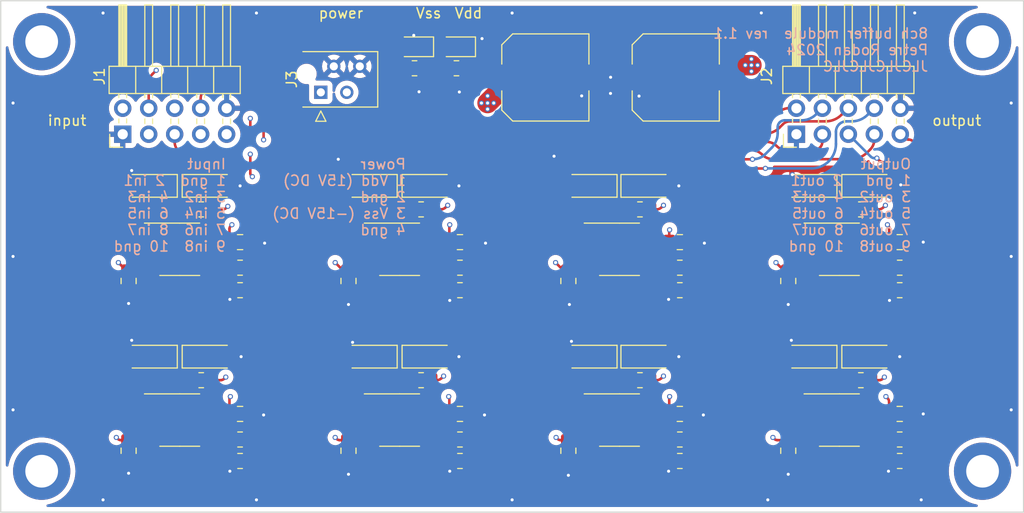
<source format=kicad_pcb>
(kicad_pcb (version 20221018) (generator pcbnew)
  (layers (0 "F.Cu" signal) (1 "In1.Cu" signal) (2 "In2.Cu" signal) (31 "B.Cu" signal) (34 "B.Paste" user) (35 "F.Paste" user) (36 "B.SilkS" user "B.Silkscreen") (37 "F.SilkS" user "F.Silkscreen") (38 "B.Mask" user) (39 "F.Mask" user) (44 "Edge.Cuts" user))
  (net 0 "")
  (net 1 "out0")
  (net 2 "GND")
  (net 3 "VDD")
  (net 4 "VSS")
  (net 5 "out1")
  (net 6 "out2")
  (net 7 "out3")
  (net 8 "out4")
  (net 9 "out5")
  (net 10 "out6")
  (net 11 "out7")
  (net 12 "Net-(D1-A)")
  (net 13 "Net-(D2-K)")
  (net 14 "Net-(D101-K)")
  (net 15 "Net-(D111-K)")
  (net 16 "Net-(D121-K)")
  (net 17 "Net-(D131-K)")
  (net 18 "Net-(D141-K)")
  (net 19 "Net-(D151-K)")
  (net 20 "Net-(D161-K)")
  (net 21 "Net-(D171-K)")
  (net 22 "in0")
  (net 23 "in1")
  (net 24 "in2")
  (net 25 "in3")
  (net 26 "in4")
  (net 27 "in5")
  (net 28 "in6")
  (net 29 "in7")
  (net 30 "Net-(U101--)")
  (net 31 "Net-(U111--)")
  (net 32 "Net-(U121--)")
  (net 33 "Net-(U131--)")
  (net 34 "Net-(U141--)")
  (net 35 "Net-(U151--)")
  (net 36 "Net-(U161--)")
  (net 37 "Net-(U171--)")
  (footprint "LED_SMD:LED_0805_2012Metric_Pad1.15x1.40mm_HandSolder" (layer "F.Cu") (at 134.5573 74.5 180)
    (fp_text reference "D1" hide)
    (fp_text value "LED" hide)
  )
  (footprint "Resistor_SMD:R_0805_2012Metric_Pad1.20x1.40mm_HandSolder" (layer "F.Cu") (at 174.1 107.1)
    (fp_text reference "R171" hide)
    (fp_text value "10K" hide)
  )
  (footprint "Resistor_SMD:R_0805_2012Metric_Pad1.20x1.40mm_HandSolder" (layer "F.Cu") (at 131.1 107.1)
    (fp_text reference "R151" hide)
    (fp_text value "10K" hide)
  )
  (footprint "Resistor_SMD:R_0805_2012Metric_Pad1.20x1.40mm_HandSolder" (layer "F.Cu") (at 156.4 112.9)
    (fp_text reference "R165" hide)
    (fp_text value "5K 0.1%" hide)
  )
  (footprint "Diode_SMD:D_MiniMELF" (layer "F.Cu") (at 104.6 88.1 180)
    (fp_text reference "D102" hide)
    (fp_text value "BZV55B15" hide)
  )
  (footprint "LED_SMD:LED_0805_2012Metric_Pad1.15x1.40mm_HandSolder" (layer "F.Cu") (at 130.4573 74.5 180)
    (fp_text reference "D2" hide)
    (fp_text value "LED" hide)
  )
  (footprint "Diode_SMD:D_MiniMELF" (layer "F.Cu") (at 104.6 104.8 180)
    (fp_text reference "D142" hide)
    (fp_text value "BZV55B15" hide)
  )
  (footprint "Resistor_SMD:R_0805_2012Metric_Pad1.20x1.40mm_HandSolder" (layer "F.Cu") (at 134.5573 76.6 180)
    (fp_text reference "R1" hide)
    (fp_text value "100k" hide)
  )
  (footprint "Resistor_SMD:R_0805_2012Metric_Pad1.20x1.40mm_HandSolder" (layer "F.Cu") (at 177.9 96.1)
    (fp_text reference "R135" hide)
    (fp_text value "5K 0.1%" hide)
  )
  (footprint "Resistor_SMD:R_0805_2012Metric_Pad1.20x1.40mm_HandSolder" (layer "F.Cu") (at 134.9 98.3 180)
    (fp_text reference "R116" hide)
    (fp_text value "10K 0.1%" hide)
  )
  (footprint "Package_SO:SOIC-8_3.9x4.9mm_P1.27mm" (layer "F.Cu") (at 107.5 94.3)
    (fp_text reference "U101" hide)
    (fp_text value "OPA140" hide)
  )
  (footprint "Capacitor_SMD:C_Elec_8x10.2" (layer "F.Cu") (at 156 77.5)
    (fp_text reference "C2" hide)
    (fp_text value "220u" hide)
  )
  (footprint "Resistor_SMD:R_0805_2012Metric_Pad1.20x1.40mm_HandSolder" (layer "F.Cu") (at 113.4 115 180)
    (fp_text reference "R146" hide)
    (fp_text value "10K 0.1%" hide)
  )
  (footprint "Connector_PinHeader_2.54mm:PinHeader_2x05_P2.54mm_Horizontal" (layer "F.Cu") (at 167.8 83.05 90)
    (fp_text reference "J2")
    (fp_text value "Conn_02x05_Odd_Even" hide)
  )
  (footprint "Package_SO:SOIC-8_3.9x4.9mm_P1.27mm" (layer "F.Cu") (at 107.5 111)
    (fp_text reference "U141" hide)
    (fp_text value "OPA140" hide)
  )
  (footprint "Capacitor_SMD:C_0805_2012Metric_Pad1.18x1.45mm_HandSolder" (layer "F.Cu") (at 134.9 110.4)
    (fp_text reference "C152" hide)
    (fp_text value "100n" hide)
  )
  (footprint "Diode_SMD:D_MiniMELF" (layer "F.Cu") (at 126.1 104.8 180)
    (fp_text reference "D152" hide)
    (fp_text value "BZV55B15" hide)
  )
  (footprint "MountingHole:MountingHole_3.2mm_M3_DIN965_Pad_TopBottom" (layer "F.Cu") (at 94 116)
    (fp_text reference "REF**" hide)
    (fp_text value "MountingHole_3.2mm_M3_DIN965_Pad_TopBottom" hide)
  )
  (footprint "Package_SO:SOIC-8_3.9x4.9mm_P1.27mm" (layer "F.Cu") (at 172 111)
    (fp_text reference "U171" hide)
    (fp_text value "OPA140" hide)
  )
  (footprint "Capacitor_SMD:C_0805_2012Metric_Pad1.18x1.45mm_HandSolder" (layer "F.Cu") (at 102.5 114 90)
    (fp_text reference "C143" hide)
    (fp_text value "100n" hide)
  )
  (footprint "Capacitor_SMD:C_0805_2012Metric_Pad1.18x1.45mm_HandSolder" (layer "F.Cu") (at 134.9 93.6)
    (fp_text reference "C112" hide)
    (fp_text value "100n" hide)
  )
  (footprint "Diode_SMD:D_MiniMELF" (layer "F.Cu") (at 169.1 88.1 180)
    (fp_text reference "D132" hide)
    (fp_text value "BZV55B15" hide)
  )
  (footprint "Resistor_SMD:R_0805_2012Metric_Pad1.20x1.40mm_HandSolder" (layer "F.Cu") (at 174.1 90.4)
    (fp_text reference "R131" hide)
    (fp_text value "10K" hide)
  )
  (footprint "Resistor_SMD:R_0805_2012Metric_Pad1.20x1.40mm_HandSolder" (layer "F.Cu") (at 113.4 98.3 180)
    (fp_text reference "R106" hide)
    (fp_text value "10K 0.1%" hide)
  )
  (footprint "Connector_PinHeader_2.54mm:PinHeader_2x05_P2.54mm_Horizontal" (layer "F.Cu") (at 101.925 83.05 90)
    (fp_text reference "J1")
    (fp_text value "Conn_02x05_Odd_Even" hide)
  )
  (footprint "Resistor_SMD:R_0805_2012Metric_Pad1.20x1.40mm_HandSolder" (layer "F.Cu") (at 156.4 96.1)
    (fp_text reference "R125" hide)
    (fp_text value "5K 0.1%" hide)
  )
  (footprint "Resistor_SMD:R_0805_2012Metric_Pad1.20x1.40mm_HandSolder" (layer "F.Cu") (at 152.5 90.4)
    (fp_text reference "R121" hide)
    (fp_text value "10K" hide)
  )
  (footprint "Diode_SMD:D_MiniMELF" (layer "F.Cu") (at 147.6 104.8 180)
    (fp_text reference "D162" hide)
    (fp_text value "BZV55B15" hide)
  )
  (footprint "Diode_SMD:D_MiniMELF" (layer "F.Cu") (at 131.9 88.1)
    (fp_text reference "D111" hide)
    (fp_text value "TZMB15-GS08" hide)
  )
  (footprint "Diode_SMD:D_MiniMELF" (layer "F.Cu") (at 153.3 104.8)
    (fp_text reference "D161" hide)
    (fp_text value "TZMB15-GS08" hide)
  )
  (footprint "Resistor_SMD:R_0805_2012Metric_Pad1.20x1.40mm_HandSolder" (layer "F.Cu") (at 113.4 96.1)
    (fp_text reference "R105" hide)
    (fp_text value "5K 0.1%" hide)
  )
  (footprint "Capacitor_SMD:C_0805_2012Metric_Pad1.18x1.45mm_HandSolder" (layer "F.Cu") (at 113.4 93.6)
    (fp_text reference "C102" hide)
    (fp_text value "100n" hide)
  )
  (footprint "Capacitor_SMD:C_0805_2012Metric_Pad1.18x1.45mm_HandSolder" (layer "F.Cu") (at 156.4 93.6)
    (fp_text reference "C122" hide)
    (fp_text value "100n" hide)
  )
  (footprint "Capacitor_SMD:C_0805_2012Metric_Pad1.18x1.45mm_HandSolder" (layer "F.Cu") (at 145.5 114 90)
    (fp_text reference "C163" hide)
    (fp_text value "100n" hide)
  )
  (footprint "Resistor_SMD:R_0805_2012Metric_Pad1.20x1.40mm_HandSolder" (layer "F.Cu") (at 113.4 112.9)
    (fp_text reference "R145" hide)
    (fp_text value "5K 0.1%" hide)
  )
  (footprint "Package_SO:SOIC-8_3.9x4.9mm_P1.27mm" (layer "F.Cu") (at 129 111)
    (fp_text reference "U151" hide)
    (fp_text value "OPA140" hide)
  )
  (footprint "Resistor_SMD:R_0805_2012Metric_Pad1.20x1.40mm_HandSolder" (layer "F.Cu") (at 177.9 115 180)
    (fp_text reference "R176" hide)
    (fp_text value "10K 0.1%" hide)
  )
  (footprint "Diode_SMD:D_MiniMELF" (layer "F.Cu") (at 126.1 88.1 180)
    (fp_text reference "D112" hide)
    (fp_text value "BZV55B15" hide)
  )
  (footprint "Package_SO:SOIC-8_3.9x4.9mm_P1.27mm" (layer "F.Cu") (at 172 94.3)
    (fp_text reference "U131" hide)
    (fp_text value "OPA140" hide)
  )
  (footprint "Resistor_SMD:R_0805_2012Metric_Pad1.20x1.40mm_HandSolder" (layer "F.Cu") (at 131.1 90.4)
    (fp_text reference "R111" hide)
    (fp_text value "10K" hide)
  )
  (footprint "Capacitor_SMD:C_0805_2012Metric_Pad1.18x1.45mm_HandSolder" (layer "F.Cu") (at 177.9 93.6)
    (fp_text reference "C132" hide)
    (fp_text value "100n" hide)
  )
  (footprint "Capacitor_SMD:C_0805_2012Metric_Pad1.18x1.45mm_HandSolder" (layer "F.Cu") (at 156.4 110.4)
    (fp_text reference "C162" hide)
    (fp_text value "100n" hide)
  )
  (footprint "Diode_SMD:D_MiniMELF" (layer "F.Cu") (at 153.3 88.1)
    (fp_text reference "D121" hide)
    (fp_text value "TZMB15-GS08" hide)
  )
  (footprint "Resistor_SMD:R_0805_2012Metric_Pad1.20x1.40mm_HandSolder" (layer "F.Cu") (at 156.4 115 180)
    (fp_text reference "R166" hide)
    (fp_text value "10K 0.1%" hide)
  )
  (footprint "Diode_SMD:D_MiniMELF" (layer "F.Cu") (at 147.6 88.1 180)
    (fp_text reference "D122" hide)
    (fp_text value "BZV55B15" hide)
  )
  (footprint "Resistor_SMD:R_0805_2012Metric_Pad1.20x1.40mm_HandSolder" (layer "F.Cu") (at 134.9 112.9)
    (fp_text reference "R155" hide)
    (fp_text value "5K 0.1%" hide)
  )
  (footprint "MountingHole:MountingHole_3.2mm_M3_DIN965_Pad_TopBottom" (layer "F.Cu") (at 186 74)
    (fp_text reference "REF**" hide)
    (fp_text value "MountingHole_3.2mm_M3_DIN965_Pad_TopBottom" hide)
  )
  (footprint "Capacitor_SMD:C_0805_2012Metric_Pad1.18x1.45mm_HandSolder" (layer "F.Cu") (at 177.9 110.4)
    (fp_text reference "C172" hide)
    (fp_text value "100n" hide)
  )
  (footprint "Resistor_SMD:R_0805_2012Metric_Pad1.20x1.40mm_HandSolder" (layer "F.Cu") (at 134.9 115 180)
    (fp_text reference "R156" hide)
    (fp_text value "10K 0.1%" hide)
  )
  (footprint "Capacitor_SMD:C_0805_2012Metric_Pad1.18x1.45mm_HandSolder" (layer "F.Cu") (at 124 97.4 90)
    (fp_text reference "C113" hide)
    (fp_text value "100n" hide)
  )
  (footprint "Resistor_SMD:R_0805_2012Metric_Pad1.20x1.40mm_HandSolder" (layer "F.Cu") (at 152.5 107.1)
    (fp_text reference "R161" hide)
    (fp_text value "10K" hide)
  )
  (footprint "Resistor_SMD:R_0805_2012Metric_Pad1.20x1.40mm_HandSolder" (layer "F.Cu") (at 109.6 107.1)
    (fp_text reference "R141" hide)
    (fp_text value "10K" hide)
  )
  (footprint "Package_SO:SOIC-8_3.9x4.9mm_P1.27mm" (layer "F.Cu") (at 150.5 94.3)
    (fp_text reference "U121" hide)
    (fp_text value "OPA140" hide)
  )
  (footprint "Resistor_SMD:R_0805_2012Metric_Pad1.20x1.40mm_HandSolder" (layer "F.Cu") (at 134.9 96.1)
    (fp_text reference "R115" hide)
    (fp_text value "5K 0.1%" hide)
  )
  (footprint "Resistor_SMD:R_0805_2012Metric_Pad1.20x1.40mm_HandSolder" (layer "F.Cu") (at 130.4573 76.6)
    (fp_text reference "R2" hide)
    (fp_text value "100k" hide)
  )
  (footprint "Capacitor_SMD:C_Elec_8x10.2" (layer "F.Cu") (at 143.25 77.5)
    (fp_text reference "C1" hide)
    (fp_text value "220u" hide)
  )
  (footprint "Diode_SMD:D_MiniMELF" (layer "F.Cu") (at 174.9 88.1)
    (fp_text reference "D131" hide)
    (fp_text value "TZMB15-GS08" hide)
  )
  (footprint "Capacitor_SMD:C_0805_2012Metric_Pad1.18x1.45mm_HandSolder" (layer "F.Cu") (at 145.5 97.4 90)
    (fp_text reference "C123" hide)
    (fp_text value "100n" hide)
  )
  (footprint "Diode_SMD:D_MiniMELF" (layer "F.Cu") (at 110.4 88.1)
    (fp_text reference "D101" hide)
    (fp_text value "TZMB15-GS08" hide)
  )
  (footprint "Connector_TE-Connectivity:TE_Micro-MaTch_215079-4_2x02_P1.27mm_Vertical" (layer "F.Cu") (at 121.295 78.9525 90)
    (fp_text reference "J3")
    (fp_text value "Conn_01x04_Pin" hide)
  )
  (footprint "Capacitor_SMD:C_0805_2012Metric_Pad1.18x1.45mm_HandSolder" (layer "F.Cu") (at 124 114 90)
    (fp_text reference "C153" hide)
    (fp_text value "100n" hide)
  )
  (footprint "Resistor_SMD:R_0805_2012Metric_Pad1.20x1.40mm_HandSolder" (layer "F.Cu") (at 156.4 98.3 180)
    (fp_text reference "R126" hide)
    (fp_text value "10K 0.1%" hide)
  )
  (footprint "Diode_SMD:D_MiniMELF" (layer "F.Cu") (at 110.4 104.8)
    (fp_text reference "D141" hide)
    (fp_text value "TZMB15-GS08" hide)
  )
  (footprint "Package_SO:SOIC-8_3.9x4.9mm_P1.27mm" (layer "F.Cu") (at 129 94.3)
    (fp_text reference "U111" hide)
    (fp_text value "OPA140" hide)
  )
  (footprint "MountingHole:MountingHole_3.2mm_M3_DIN965_Pad_TopBottom" (layer "F.Cu") (at 94 74)
    (fp_text reference "REF**" hide)
    (fp_text value "MountingHole_3.2mm_M3_DIN965_Pad_TopBottom" hide)
  )
  (footprint "Package_SO:SOIC-8_3.9x4.9mm_P1.27mm" (layer "F.Cu") (at 150.5 111)
    (fp_text reference "U161" hide)
    (fp_text value "OPA140" hide)
  )
  (footprint "Resistor_SMD:R_0805_2012Metric_Pad1.20x1.40mm_HandSolder" (layer "F.Cu") (at 177.9 112.9)
    (fp_text reference "R175" hide)
    (fp_text value "5K 0.1%" hide)
  )
  (footprint "Diode_SMD:D_MiniMELF" (layer "F.Cu") (at 169.1 104.8 180)
    (fp_text reference "D172" hide)
    (fp_text value "BZV55B15" hide)
  )
  (footprint "Capacitor_SMD:C_0805_2012Metric_Pad1.18x1.45mm_HandSolder" (layer "F.Cu") (at 167 114 90)
    (fp_text reference "C173" hide)
    (fp_text value "100n" hide)
  )
  (footprint "Resistor_SMD:R_0805_2012Metric_Pad1.20x1.40mm_HandSolder" (layer "F.Cu") (at 109.6 90.4)
    (fp_text reference "R101" hide)
    (fp_text value "10K" hide)
  )
  (footprint "Diode_SMD:D_MiniMELF" (layer "F.Cu") (at 131.9 104.8)
    (fp_text reference "D151" hide)
    (fp_text value "TZMB15-GS08" hide)
  )
  (footprint "MountingHole:MountingHole_3.2mm_M3_DIN965_Pad_TopBottom" (layer "F.Cu") (at 186 116)
    (fp_text reference "REF**" hide)
    (fp_text value "MountingHole_3.2mm_M3_DIN965_Pad_TopBottom" hide)
  )
  (footprint "Diode_SMD:D_MiniMELF" (layer "F.Cu") (at 174.9 104.8)
    (fp_text reference "D171" hide)
    (fp_text value "TZMB15-GS08" hide)
  )
  (footprint "Capacitor_SMD:C_0805_2012Metric_Pad1.18x1.45mm_HandSolder" (layer "F.Cu") (at 102.5 97.4 90)
    (fp_text reference "C103" hide)
    (fp_text value "100n" hide)
  )
  (footprint "Capacitor_SMD:C_0805_2012Metric_Pad1.18x1.45mm_HandSolder" (layer "F.Cu") (at 113.4 110.4)
    (fp_text reference "C142" hide)
    (fp_text value "100n" hide)
  )
  (footprint "Capacitor_SMD:C_0805_2012Metric_Pad1.18x1.45mm_HandSolder" (layer "F.Cu") (at 167 97.4 90)
    (fp_text reference "C133" hide)
    (fp_text value "100n" hide)
  )
  (footprint "Resistor_SMD:R_0805_2012Metric_Pad1.20x1.40mm_HandSolder" (layer "F.Cu") (at 177.9 98.3 180)
    (fp_text reference "R136" hide)
    (fp_text value "10K 0.1%" hide)
  )
  (gr_line (start 90 120) (end 90 70) (stroke (width 0.1)) (layer "Edge.Cuts"))
  (gr_line (start 190 70) (end 190 120) (stroke (width 0.1)) (layer "Edge.Cuts"))
  (gr_line (start 90 70) (end 190 70) (stroke (width 0.1)) (layer "Edge.Cuts"))
  (gr_line (start 190 120) (end 90 120) (stroke (width 0.1)) (layer "Edge.Cuts"))
  (gr_text "8ch buffer module  rev 1.1\nPetre Rodan 2024\nJLCJLCJLCJLC" (at 180.77 77) (layer "B.SilkS") (effects (font (size 1 1)) (justify left bottom mirror)))
  (gr_text "Power\n1 Vdd (15V DC)\n2 gnd\n3 Vss (-15V DC)\n4 gnd" (at 129.7 93) (layer "B.SilkS") (effects (font (size 1 1)) (justify left bottom mirror)))
  (gr_text "Input\n1 gnd  2 in1\n3 in2  4 in3\n5 in4  6 in5\n7 in6  8 in7\n9 in8  10 gnd" (at 112.1 94.6) (layer "B.SilkS") (effects (font (size 1 1)) (justify left bottom mirror)))
  (gr_text "Output\n1 gnd   2 out1\n3 out2  4 out3\n5 out4  6 out5\n7 out6  8 out7\n9 out8  10 gnd" (at 179.1 94.6) (layer "B.SilkS") (effects (font (size 1 1)) (justify left bottom mirror)))
  (gr_text "Vss" (at 130.5 71.8) (layer "F.SilkS") (effects (font (size 1 1)) (justify left bottom)))
  (gr_text "input" (at 94.5 82.3) (layer "F.SilkS") (effects (font (size 1 1)) (justify left bottom)))
  (gr_text "Vdd" (at 134.3 71.8) (layer "F.SilkS") (effects (font (size 1 1)) (justify left bottom)))
  (gr_text "output" (at 181 82.3) (layer "F.SilkS") (effects (font (size 1 1)) (justify left bottom)))
  (gr_text "power" (at 121 71.8) (layer "F.SilkS") (effects (font (size 1 1)) (justify left bottom)))
  (segment (start 116.8 94.222182) (end 116.8 88.953963) (width 0.25) (layer "F.Cu") (net 1))
  (segment (start 114.4 98.173483) (end 114.4 96.1) (width 0.25) (layer "F.Cu") (net 1))
  (segment (start 167.120005 80.5) (end 167.790011 80.5) (width 0.25) (layer "F.Cu") (net 1))
  (segment (start 116.159619 95.64038) (end 116.249999 95.549999) (width 0.25) (layer "F.Cu") (net 1))
  (segment (start 163.547918 82.2) (end 123.553963 82.2) (width 0.25) (layer "F.Cu") (net 1))
  (segment (start 165.599999 81.349999) (end 165.976234 80.973765) (width 0.25) (layer "F.Cu") (net 1))
  (segment (start 118.393792 85.106207) (end 119.706206 83.793792) (width 0.25) (layer "F.Cu") (net 1))
  (segment (start 115.05 96.1) (end 114.4 96.1) (width 0.25) (layer "F.Cu") (net 1))
  (arc (start 123.553963 82.2) (mid 121.471572 82.614213) (end 119.706206 83.793792) (width 0.25) (layer "F.Cu") (net 1))
  (arc (start 114.4 98.173483) (mid 114.404872 98.197981) (end 114.41875 98.21875) (width 0.25) (layer "F.Cu") (net 1))
  (arc (start 167.120005 80.5) (mid 166.501 80.623127) (end 165.976234 80.973765) (width 0.25) (layer "F.Cu") (net 1))
  (arc (start 114.4375 98.264016) (mid 114.432627 98.239518) (end 114.41875 98.21875) (width 0.25) (layer "F.Cu") (net 1))
  (arc (start 116.249999 95.549999) (mid 116.657059 94.940791) (end 116.8 94.222182) (width 0.25) (layer "F.Cu") (net 1))
  (arc (start 165.599999 81.349999) (mid 164.658496 81.979091) (end 163.547918 82.2) (width 0.25) (layer "F.Cu") (net 1))
  (arc (start 118.393792 85.106207) (mid 117.214213 86.871572) (end 116.8 88.953963) (width 0.25) (layer "F.Cu") (net 1))
  (arc (start 115.05 96.1) (mid 115.650521 95.980548) (end 116.159619 95.64038) (width 0.25) (layer "F.Cu") (net 1))
  (segment (start 129.4323 73.613388) (end 129.4323 74.5) (width 0.25) (layer "F.Cu") (net 2))
  (segment (start 158.529289 110.4) (end 157.4375 110.4) (width 0.25) (layer "F.Cu") (net 2))
  (segment (start 113.5 104.8) (end 112.32071 104.8) (width 0.25) (layer "F.Cu") (net 2))
  (segment (start 176.9 115.829289) (end 176.9 115) (width 0.25) (layer "F.Cu") (net 2))
  (segment (start 176.9 99.3) (end 176.88125 99.31875) (width 0.25) (layer "F.Cu") (net 2))
  (segment (start 129.658407 73.38) (end 130.38 73.38) (width 0.25) (layer "F.Cu") (net 2))
  (segment (start 102.825 88.075) (end 102.85 88.1) (width 0.25) (layer "F.Cu") (net 2))
  (segment (start 158.7 110.5) (end 158.65 110.45) (width 0.25) (layer "F.Cu") (net 2))
  (segment (start 176.85 115.95) (end 176.8 116) (width 0.25) (layer "F.Cu") (net 2))
  (segment (start 129.522008 73.436498) (end 129.46551 73.492997) (width 0.25) (layer "F.Cu") (net 2))
  (segment (start 133.88125 99.31875) (end 133.9 99.3) (width 0.25) (layer "F.Cu") (net 2))
  (segment (start 102.8 86.6) (end 102.8 88.014644) (width 0.25) (layer "F.Cu") (net 2))
  (segment (start 112.38125 116.01875) (end 112.4 116) (width 0.25) (layer "F.Cu") (net 2))
  (segment (start 135.9198 74.5) (end 135.5823 74.5) (width 0.25) (layer "F.Cu") (net 2))
  (segment (start 115.8 93.7) (end 115.291053 93.7) (width 0.25) (layer "F.Cu") (net 2))
  (segment (start 155.33125 99.23125) (end 155.3 99.2) (width 0.25) (layer "F.Cu") (net 2))
  (segment (start 136.495948 74.261351) (end 137.0573 73.7) (width 0.25) (layer "F.Cu") (net 2))
  (segment (start 114.6875 93.45) (end 114.4375 93.2) (width 0.25) (layer "F.Cu") (net 2))
  (segment (start 112.2 104.85) (end 112.15 104.9) (width 0.25) (layer "F.Cu") (net 2))
  (segment (start 133.9 116) (end 133.9 115) (width 0.25) (layer "F.Cu") (net 2))
  (segment (start 112.4 116) (end 112.4 115) (width 0.25) (layer "F.Cu") (net 2))
  (segment (start 176.9 99.3) (end 176.9 98.3) (width 0.25) (layer "F.Cu") (net 2))
  (segment (start 133.88125 116.01875) (end 133.9 116) (width 0.25) (layer "F.Cu") (net 2))
  (segment (start 155.4 115.829289) (end 155.4 115) (width 0.25) (layer "F.Cu") (net 2))
  (segment (start 113.4 88.1) (end 112.15 88.1) (width 0.25) (layer "F.Cu") (net 2))
  (segment (start 115.529289 110.4) (end 114.4375 110.4) (width 0.25) (layer "F.Cu") (net 2))
  (segment (start 176.83125 116.03125) (end 176.8 116) (width 0.25) (layer "F.Cu") (net 2))
  (segment (start 115.7 110.5) (end 115.65 110.45) (width 0.25) (layer "F.Cu") (net 2))
  (segment (start 102.8 103.2) (end 102.8 104.714644) (width 0.25) (layer "F.Cu") (net 2))
  (segment (start 102.5 99.6) (end 102.5 98.4375) (width 0.25) (layer "F.Cu") (net 2))
  (segment (start 155.33125 116.03125) (end 155.3 116) (width 0.25) (layer "F.Cu") (net 2))
  (segment (start 112.4 99.2) (end 112.4 98.2) (width 0.25) (layer "F.Cu") (net 2))
  (segment (start 155.4 99.029289) (end 155.4 98.3) (width 0.25) (layer "F.Cu") (net 2))
  (segment (start 155.35 99.15) (end 155.3 99.2) (width 0.25) (layer "F.Cu") (net 2))
  (segment (start 180.2 110.4) (end 178.9375 110.4) (width 0.25) (layer "F.Cu") (net 2))
  (segment (start 133.9 99.3) (end 133.9 98.3) (width 0.25) (layer "F.Cu") (net 2))
  (segment (start 155.35 115.95) (end 155.3 116) (width 0.25) (layer "F.Cu") (net 2))
  (segment (start 102.5 116.2) (end 102.5 115.0375) (width 0.25) (layer "F.Cu") (net 2))
  (segment (start 102.825 104.775) (end 102.85 104.8) (width 0.25) (layer "F.Cu") (net 2))
  (via (at 140 71.2) (size 0.5) (drill 0.3) (layers "F.Cu" "B.Cu") (net 2))
  (via (at 130.38 73.38) (size 0.5) (drill 0.3) (layers "F.Cu" "B.Cu") (net 2))
  (via (at 123 85.5) (size 0.5) (drill 0.3) (layers "F.Cu" "B.Cu") (net 2))
  (via (at 180.2 93.6) (size 0.5) (drill 0.3) (layers "F.Cu" "B.Cu") (net 2))
  (via (at 155.3 116) (size 0.5) (drill 0.3) (layers "F.Cu" "B.Cu") (net 2))
  (via (at 155.3 99.2) (size 0.5) (drill 0.3) (layers "F.Cu" "B.Cu") (net 2))
  (via (at 115 118.8) (size 0.5) (drill 0.3) (layers "F.Cu" "B.Cu") (net 2))
  (via (at 137.4 93.7) (size 0.5) (drill 0.3) (layers "F.Cu" "B.Cu") (net 2))
  (via (at 113.5 104.8) (size 0.5) (drill 0.3) (layers "F.Cu" "B.Cu") (net 2))
  (via (at 167 116.3) (size 0.5) (drill 0.3) (layers "F.Cu" "B.Cu") (net 2))
  (via (at 137.0573 73.7) (size 0.5) (drill 0.3) (layers "F.Cu" "B.Cu") (net 2))
  (via (at 102.5 116.2) (size 0.5) (drill 0.3) (layers "F.Cu" "B.Cu") (net 2))
  (via (at 133.9 99.3) (size 0.5) (drill 0.3) (layers "F.Cu" "B.Cu") (net 2))
  (via (at 115 71.2) (size 0.5) (drill 0.3) (layers "F.Cu" "B.Cu") (net 2))
  (via (at 102.8 86.6) (size 0.5) (drill 0.3) (layers "F.Cu" "B.Cu") (net 2))
  (via (at 188.8 95) (size 0.5) (drill 0.3) (layers "F.Cu" "B.Cu") (net 2))
  (via (at 164.365011 71.19) (size 0.5) (drill 0.3) (layers "F.Cu" "B.Cu") (net 2))
  (via (at 145.6 99.7) (size 0.5) (drill 0.3) (layers "F.Cu" "B.Cu") (net 2))
  (via (at 115.7 110.5) (size 0.5) (drill 0.3) (layers "F.Cu" "B.Cu") (net 2))
  (via (at 149.62 79.06) (size 0.5) (drill 0.3) (layers "F.Cu" "B.Cu") (net 2))
  (via (at 156.3 88.1) (size 0.5) (drill 0.3) (layers "F.Cu" "B.Cu") (net 2))
  (via (at 156.3 104.8) (size 0.5) (drill 0.3) (layers "F.Cu" "B.Cu") (net 2))
  (via (at 145.8 103.3) (size 0.5) (drill 0.3) (layers "F.Cu" "B.Cu") (net 2))
  (via (at 167.3 103.2) (size 0.5) (drill 0.3) (layers "F.Cu" "B.Cu") (net 2))
  (via (at 100 118.8) (size 0.5) (drill 0.3) (layers "F.Cu" "B.Cu") (net 2))
  (via (at 134.8 104.8) (size 0.5) (drill 0.3) (layers "F.Cu" "B.Cu") (net 2))
  (via (at 178 88) (size 0.5) (drill 0.3) (layers "F.Cu" "B.Cu") (net 2))
  (via (at 167.4 87) (size 0.5) (drill 0.3) (layers "F.Cu" "B.Cu") (net 2))
  (via (at 91.2 110) (size 0.5) (drill 0.3) (layers "F.Cu" "B.Cu") (net 2))
  (via (at 124 99.7) (size 0.5) (drill 0.3) (layers "F.Cu" "B.Cu") (net 2))
  (via (at 112.4 99.2) (size 0.5) (drill 0.3) (layers "F.Cu" "B.Cu") (net 2))
  (via (at 102.8 103.2) (size 0.5) (drill 0.3) (layers "F.Cu" "B.Cu") (net 2))
  (via (at 165 118.8) (size 0.5) (drill 0.3) (layers "F.Cu" "B.Cu") (net 2))
  (via (at 158.8 93.7) (size 0.5) (drill 0.3) (layers "F.Cu" "B.Cu") (net 2))
  (via (at 180.2 110.4) (size 0.5) (drill 0.3) (layers "F.Cu" "B.Cu") (net 2))
  (via (at 176.8 116) (size 0.5) (drill 0.3) (layers "F.Cu" "B.Cu") (net 2))
  (via (at 145.5 116.4) (size 0.5) (drill 0.3) (layers "F.Cu" "B.Cu") (net 2))
  (via (at 134.84 78.92) (size 0.5) (drill 0.3) (layers "F.Cu" "B.Cu") (net 2))
  (via (at 137.3 110.5) (size 0.5) (drill 0.3) (layers "F.Cu" "B.Cu") (net 2))
  (via (at 140 118.8) (size 0.5) (drill 0.3) (layers "F.Cu" "B.Cu") (net 2))
  (via (at 124 116.3) (size 0.5) (drill 0.3) (layers "F.Cu" "B.Cu") (net 2))
  (via (at 152.41 79.32) (size 0.5) (drill 0.3) (layers "F.Cu" "B.Cu") (net 2))
  (via (at 144.1 85.2) (size 0.5) (drill 0.3) (layers "F.Cu" "B.Cu") (net 2))
  (via (at 100 71.2) (size 0.5) (drill 0.3) (layers "F.Cu" "B.Cu") (net 2))
  (via (at 113.4 88.1) (size 0.5) (drill 0.3) (layers "F.Cu" "B.Cu") (net 2))
  (via (at 167 99.7) (size 0.5) (drill 0.3) (layers "F.Cu" "B.Cu") (net 2))
  (via (at 177.9 104.8) (size 0.5) (drill 0.3) (layers "F.Cu" "B.Cu") (net 2))
  (via (at 158.7 110.5) (size 0.5) (drill 0.3) (layers "F.Cu" "B.Cu") (net 2))
  (via (at 102.5 99.6) (size 0.5) (drill 0.3) (layers "F.Cu" "B.Cu") (net 2))
  (via (at 134.8 88.1) (size 0.5) (drill 0.3) (layers "F.Cu" "B.Cu") (net 2))
  (via (at 149.63 77.48) (size 0.5) (drill 0.3) (layers "F.Cu" "B.Cu") (net 2))
  (via (at 112.4 116) (size 0.5) (drill 0.3) (layers "F.Cu" "B.Cu") (net 2))
  (via (at 188.8 110) (size 0.5) (drill 0.3) (layers "F.Cu" "B.Cu") (net 2))
  (via (at 179.365011 71.19) (size 0.5) (drill 0.3) (layers "F.Cu" "B.Cu") (net 2))
  (via (at 115.8 93.7) (size 0.5) (drill 0.3) (layers "F.Cu" "B.Cu") (net 2))
  (via (at 91.2 80) (size 0.5) (drill 0.3) (layers "F.Cu" "B.Cu") (net 2))
  (via (at 130.9 78.9) (size 0.5) (drill 0.3) (layers "F.Cu" "B.Cu") (net 2))
  (via (at 133.9 116) (size 0.5) (drill 0.3) (layers "F.Cu" "B.Cu") (net 2))
  (via (at 146.8 79.3) (size 0.5) (drill 0.3) (layers "F.Cu" "B.Cu") (net 2))
  (via (at 180 118.8) (size 0.5) (drill 0.3) (layers "F.Cu" "B.Cu") (net 2))
  (via (at 91.2 95) (size 0.5) (drill 0.3) (layers "F.Cu" "B.Cu") (net 2))
  (via (at 124.4 103.4) (size 0.5) (drill 0.3) (layers "F.Cu" "B.Cu") (net 2))
  (via (at 188.8 80) (size 0.5) (drill 0.3) (layers "F.Cu" "B.Cu") (net 2))
  (via (at 176.9 99.3) (size 0.5) (drill 0.3) (layers "F.Cu" "B.Cu") (net 2))
  (arc (start 102.8 88.014644) (mid 102.806497 88.047308) (end 102.825 88.075) (width 0.25) (layer "F.Cu") (net 2))
  (arc (start 155.33125 116.03125) (mid 155.354378 116.065864) (end 155.3625 116.106694) (width 0.25) (layer "F.Cu") (net 2))
  (arc (start 112.2 104.85) (mid 112.255382 104.812994) (end 112.32071 104.8) (width 0.25) (layer "F.Cu") (net 2))
  (arc (start 176.88125 99.31875) (mid 176.867372 99.339518) (end 176.8625 99.364016) (width 0.25) (layer "F.Cu") (net 2))
  (arc (start 155.4 99.029289) (mid 155.387005 99.094617) (end 155.35 99.15) (width 0.25) (layer "F.Cu") (net 2))
  (arc (start 158.529289 110.4) (mid 158.594617 110.412994) (end 158.65 110.45) (width 0.25) (layer "F.Cu") (net 2))
  (arc (start 112.38125 116.01875) (mid 112.367372 116.039518) (end 112.3625 116.064016) (width 0.25) (layer "F.Cu") (net 2))
  (arc (start 155.35 115.95) (mid 155.387005 115.894617) (end 155.4 115.829289) (width 0.25) (layer "F.Cu") (net 2))
  (arc (start 115.529289 110.4) (mid 115.594617 110.412994) (end 115.65 110.45) (width 0.25) (layer "F.Cu") (net 2))
  (arc (start 176.9 115.829289) (mid 176.887005 115.894617) (end 176.85 115.95) (width 0.25) (layer "F.Cu") (net 2))
  (arc (start 129.522008 73.436498) (mid 129.584588 73.394683) (end 129.658407 73.38) (width 0.25) (layer "F.Cu") (net 2))
  (arc (start 102.8 104.714644) (mid 102.806497 104.747308) (end 102.825 104.775) (width 0.25) (layer "F.Cu") (net 2))
  (arc (start 176.83125 116.03125) (mid 176.854378 116.065864) (end 176.8625 116.106694) (width 0.25) (layer "F.Cu") (net 2))
  (arc (start 129.4323 73.613388) (mid 129.441491 73.551446) (end 129.46551 73.492997) (width 0.25) (layer "F.Cu") (net 2))
  (arc (start 114.6875 93.45) (mid 114.964412 93.635027) (end 115.291053 93.7) (width 0.25) (layer "F.Cu") (net 2))
  (arc (start 133.8625 116.064016) (mid 133.867372 116.039518) (end 133.88125 116.01875) (width 0.25) (layer "F.Cu") (net 2))
  (arc (start 136.495948 74.261351) (mid 136.231609 74.437977) (end 135.9198 74.5) (width 0.25) (layer "F.Cu") (net 2))
  (arc (start 155.33125 99.23125) (mid 155.354378 99.265864) (end 155.3625 99.306694) (width 0.25) (layer "F.Cu") (net 2))
  (arc (start 133.88125 99.31875) (mid 133.867372 99.339518) (end 133.8625 99.364016) (width 0.25) (layer "F.Cu") (net 2))
  (segment (start 112.48125 92.01875) (end 112.6 91.9) (width 0.25) (layer "F.Cu") (net 3))
  (segment (start 136.0573 77.1) (end 135.5573 76.6) (width 0.25) (layer "F.Cu") (net 3))
  (segment (start 112.3625 108.849371) (end 112.3625 110.375251) (width 0.25) (layer "F.Cu") (net 3))
  (segment (start 133.83125 108.73125) (end 133.8 108.7) (width 0.25) (layer "F.Cu") (net 3))
  (segment (start 155.3625 93.554038) (end 155.3625 92.464016) (width 0.25) (layer "F.Cu") (net 3))
  (segment (start 176.55 108.7) (end 176.70625 108.85625) (width 0.25) (layer "F.Cu") (net 3))
  (segment (start 155.3625 108.764016) (end 155.3625 110.375251) (width 0.25) (layer "F.Cu") (net 3))
  (segment (start 112.3625 92.305437) (end 112.3625 93.6) (width 0.25) (layer "F.Cu") (net 3))
  (segment (start 155.251538 93.665) (end 152.975 93.665) (width 0.25) (layer "F.Cu") (net 3))
  (segment (start 176.8625 93.554038) (end 176.8625 92.177404) (width 0.25) (layer "F.Cu") (net 3))
  (segment (start 109.975 110.365) (end 112.5275 110.365) (width 0.25) (layer "F.Cu") (net 3))
  (segment (start 133.8625 110.375251) (end 133.8625 108.806694) (width 0.25) (layer "F.Cu") (net 3))
  (segment (start 176.7 91.9) (end 176.78125 91.98125) (width 0.25) (layer "F.Cu") (net 3))
  (segment (start 111.568695 93.665) (end 109.975 93.665) (width 0.25) (layer "F.Cu") (net 3))
  (segment (start 133.88125 91.91875) (end 133.9 91.9) (width 0.25) (layer "F.Cu") (net 3))
  (segment (start 112.45 108.7) (end 112.40625 108.74375) (width 0.25) (layer "F.Cu") (net 3))
  (segment (start 139.526256 78.073743) (end 137.6 80) (width 2) (layer "F.Cu") (net 3))
  (segment (start 133.8625 91.964016) (end 133.8625 93.554038) (width 0.25) (layer "F.Cu") (net 3))
  (segment (start 133.751538 93.665) (end 131.475 93.665) (width 0.25) (layer "F.Cu") (net 3))
  (segment (start 137.264406 77.6) (end 141.375 77.6) (width 0.25) (layer "F.Cu") (net 3))
  (segment (start 176.8625 109.23347) (end 176.8625 110.375251) (width 0.25) (layer "F.Cu") (net 3))
  (segment (start 155.302751 110.365) (end 152.975 110.365) (width 0.25) (layer "F.Cu") (net 3))
  (segment (start 112.345 110.3825) (end 112.3275 110.365) (width 0.25) (layer "F.Cu") (net 3))
  (segment (start 155.4 92.4) (end 155.38125 92.41875) (width 0.25) (layer "F.Cu") (net 3))
  (segment (start 155.38125 108.71875) (end 155.4 108.7) (width 0.25) (layer "F.Cu") (net 3))
  (segment (start 176.751538 93.665) (end 174.475 93.665) (width 0.25) (layer "F.Cu") (net 3))
  (segment (start 133.802751 110.365) (end 131.475 110.365) (width 0.25) (layer "F.Cu") (net 3))
  (segment (start 176.802751 110.365) (end 174.475 110.365) (width 0.25) (layer "F.Cu") (net 3))
  (segment (start 112.13 93.4325) (end 112.3625 93.2) (width 0.25) (layer "F.Cu") (net 3))
  (via (at 176.55 108.7) (size 0.5) (drill 0.3) (layers "F.Cu" "B.Cu") (net 3))
  (via (at 112.6 91.9) (size 0.5) (drill 0.3) (layers "F.Cu" "B.Cu") (net 3))
  (via (at 133.9 91.9) (size 0.5) (drill 0.3) (layers "F.Cu" "B.Cu") (net 3))
  (via (at 138.2 80) (size 0.5) (drill 0.3) (layers "F.Cu" "B.Cu") (net 3))
  (via (at 133.8 108.7) (size 0.5) (drill 0.3) (layers "F.Cu" "B.Cu") (net 3))
  (via (at 137.6 79.3) (size 0.5) (drill 0.3) (layers "F.Cu" "B.Cu") (net 3))
  (via (at 137.6 80) (size 0.5) (drill 0.3) (layers "F.Cu" "B.Cu") (net 3))
  (via (at 155.4 92.4) (size 0.5) (drill 0.3) (layers "F.Cu" "B.Cu") (net 3))
  (via (at 137.6 80.6) (size 0.5) (drill 0.3) (layers "F.Cu" "B.Cu") (net 3))
  (via (at 176.7 91.9) (size 0.5) (drill 0.3) (layers "F.Cu" "B.Cu") (net 3))
  (via (at 112.45 108.7) (size 0.5) (drill 0.3) (layers "F.Cu" "B.Cu") (net 3))
  (via (at 155.4 108.7) (size 0.5) (drill 0.3) (layers "F.Cu" "B.Cu") (net 3))
  (via (at 137 80) (size 0.5) (drill 0.3) (layers "F.Cu" "B.Cu") (net 3))
  (arc (start 136.0573 77.1) (mid 136.611125 77.470054) (end 137.264406 77.6) (width 0.25) (layer "F.Cu") (net 3))
  (arc (start 176.845 110.3825) (mid 176.856171 110.384722) (end 176.8625 110.375251) (width 0.25) (layer "F.Cu") (net 3))
  (arc (start 176.8625 93.554038) (mid 176.854053 93.596501) (end 176.83 93.6325) (width 0.25) (layer "F.Cu") (net 3))
  (arc (start 139.526256 78.073743) (mid 139.617839 77.936678) (end 139.65 77.775) (width 0.25) (layer "F.Cu") (net 3))
  (arc (start 133.8625 91.964016) (mid 133.867372 91.939518) (end 133.88125 91.91875) (width 0.25) (layer "F.Cu") (net 3))
  (arc (start 176.83 93.6325) (mid 176.794001 93.656553) (end 176.751538 93.665) (width 0.25) (layer "F.Cu") (net 3))
  (arc (start 133.83125 108.73125) (mid 133.854378 108.765864) (end 133.8625 108.806694) (width 0.25) (layer "F.Cu") (net 3))
  (arc (start 139.65 77.775) (mid 139.598743 77.651256) (end 139.475 77.6) (width 0.25) (layer "F.Cu") (net 3))
  (arc (start 133.8625 110.375251) (mid 133.856171 110.384722) (end 133.845 110.3825) (width 0.25) (layer "F.Cu") (net 3))
  (arc (start 112.13 93.4325) (mid 111.872471 93.604575) (end 111.568695 93.665) (width 0.25) (layer "F.Cu") (net 3))
  (arc (start 133.8625 93.554038) (mid 133.854053 93.596501) (end 133.83 93.6325) (width 0.25) (layer "F.Cu") (net 3))
  (arc (start 155.302751 110.365) (mid 155.325616 110.369548) (end 155.345 110.3825) (width 0.25) (layer "F.Cu") (net 3))
  (arc (start 133.83 93.6325) (mid 133.794001 93.656553) (end 133.751538 93.665) (width 0.25) (layer "F.Cu") (net 3))
  (arc (start 112.345 110.3825) (mid 112.356171 110.384722) (end 112.3625 110.375251) (width 0.25) (layer "F.Cu") (net 3))
  (arc (start 155.33 93.6325) (mid 155.354053 93.596501) (end 155.3625 93.554038) (width 0.25) (layer "F.Cu") (net 3))
  (arc (start 155.38125 108.71875) (mid 155.367372 108.739518) (end 155.3625 108.764016) (width 0.25) (layer "F.Cu") (net 3))
  (arc (start 176.78125 91.98125) (mid 176.841383 92.071246) (end 176.8625 92.177404) (width 0.25) (layer "F.Cu") (net 3))
  (arc (start 176.802751 110.365) (mid 176.825616 110.369548) (end 176.845 110.3825) (width 0.25) (layer "F.Cu") (net 3))
  (arc (start 133.802751 110.365) (mid 133.825616 110.369548) (end 133.845 110.3825) (width 0.25) (layer "F.Cu") (net 3))
  (arc (start 112.3625 92.305437) (mid 112.393362 92.150283) (end 112.48125 92.01875) (width 0.25) (layer "F.Cu") (net 3))
  (arc (start 112.40625 108.74375) (mid 112.37387 108.792209) (end 112.3625 108.849371) (width 0.25) (layer "F.Cu") (net 3))
  (arc (start 155.33 93.6325) (mid 155.294001 93.656553) (end 155.251538 93.665) (width 0.25) (layer "F.Cu") (net 3))
  (arc (start 155.38125 92.41875) (mid 155.367372 92.439518) (end 155.3625 92.464016) (width 0.25) (layer "F.Cu") (net 3))
  (arc (start 155.345 110.3825) (mid 155.356171 110.384722) (end 155.3625 110.375251) (width 0.25) (layer "F.Cu") (net 3))
  (arc (start 176.8625 109.23347) (mid 176.821891 109.02932) (end 176.70625 108.85625) (width 0.25) (layer "F.Cu") (net 3))
  (segment (start 159.996447 72.5) (end 129.3644 72.5) (width 0.25) (layer "F.Cu") (net 4))
  (segment (start 101.43125 112.83125) (end 101.3 112.7) (width 0.25) (layer "F.Cu") (net 4))
  (segment (start 165.948115 112.9625) (end 166.959341 112.9625) (width 0.25) (layer "F.Cu") (net 4))
  (segment (start 145.25625 96.3625) (end 145.38863 96.3625) (width 0.25) (layer "F.Cu") (net 4))
  (segment (start 160.002512 72.509618) (end 161.261827 73.768933) (width 0.25) (layer "F.Cu") (net 4))
  (segment (start 101.5 95.6) (end 102.178531 96.278531) (width 0.25) (layer "F.Cu") (net 4))
  (segment (start 124.098158 112.905) (end 126.525 112.905) (width 0.25) (layer "F.Cu") (net 4))
  (segment (start 167.098158 112.905) (end 169.525 112.905) (width 0.25) (layer "F.Cu") (net 4))
  (segment (start 128.852274 76.6) (end 129.4573 76.6) (width 0.25) (layer "F.Cu") (net 4))
  (segment (start 165.8 95.6) (end 166.40782 96.20782) (width 0.25) (layer "F.Cu") (net 4))
  (segment (start 161.075 76.424999) (end 160.95 76.55) (width 2) (layer "F.Cu") (net 4))
  (segment (start 122.7 95.6) (end 123.272465 96.172465) (width 0.25) (layer "F.Cu") (net 4))
  (segment (start 144.748115 112.9625) (end 145.459341 112.9625) (width 0.25) (layer "F.Cu") (net 4))
  (segment (start 102.398158 112.905) (end 105.025 112.905) (width 0.25) (layer "F.Cu") (net 4))
  (segment (start 102.768869 96.205) (end 105.025 96.205) (width 0.25) (layer "F.Cu") (net 4))
  (segment (start 163.4 76.3) (end 161.553553 76.3) (width 2) (layer "F.Cu") (net 4))
  (segment (start 122.83125 112.83125) (end 122.7 112.7) (width 0.25) (layer "F.Cu") (net 4))
  (segment (start 160.95 76.55) (end 160 77.5) (width 2) (layer "F.Cu") (net 4))
  (segment (start 167.268869 96.205) (end 169.525 96.205) (width 0.25) (layer "F.Cu") (net 4))
  (segment (start 166.88863 96.3625) (end 166.78125 96.3625) (width 0.25) (layer "F.Cu") (net 4))
  (segment (start 144.25 95.6) (end 144.840142 96.190142) (width 0.25) (layer "F.Cu") (net 4))
  (segment (start 123.148115 112.9625) (end 123.959341 112.9625) (width 0.25) (layer "F.Cu") (net 4))
  (segment (start 145.598158 112.905) (end 148.025 112.905) (width 0.25) (layer "F.Cu") (net 4))
  (segment (start 124.268869 96.205) (end 126.525 96.205) (width 0.25) (layer "F.Cu") (net 4))
  (segment (start 161.7 75.446446) (end 161.7 74.826776) (width 0.25) (layer "F.Cu") (net 4))
  (segment (start 161.376776 76.3) (end 161.553553 76.3) (width 2) (layer "F.Cu") (net 4))
  (segment (start 165.63125 112.83125) (end 165.5 112.7) (width 0.25) (layer "F.Cu") (net 4))
  (segment (start 144.43125 112.83125) (end 144.3 112.7) (width 0.25) (layer "F.Cu") (net 4))
  (segment (start 102.38125 96.3625) (end 102.38863 96.3625) (width 0.25) (layer "F.Cu") (net 4))
  (segment (start 101.748115 112.9625) (end 102.5 112.9625) (width 0.25) (layer "F.Cu") (net 4))
  (segment (start 127.6573 74.207106) (end 127.6573 75.405025) (width 0.25) (layer "F.Cu") (net 4))
  (segment (start 102.32875 112.93375) (end 102.3 112.9625) (width 0.25) (layer "F.Cu") (net 4))
  (segment (start 145.768869 96.205) (end 148.025 96.205) (width 0.25) (layer "F.Cu") (net 4))
  (segment (start 123.88863 96.3625) (end 123.73125 96.3625) (width 0.25) (layer "F.Cu") (net 4))
  (via (at 144.25 95.6) (size 0.5) (drill 0.3) (layers "F.Cu" "B.Cu") (net 4))
  (via (at 101.3 112.7) (size 0.5) (drill 0.3) (layers "F.Cu" "B.Cu") (net 4))
  (via (at 163.4 75.7) (size 0.5) (drill 0.3) (layers "F.Cu" "B.Cu") (net 4))
  (via (at 165.8 95.6) (size 0.5) (drill 0.3) (layers "F.Cu" "B.Cu") (net 4))
  (via (at 122.7 95.6) (size 0.5) (drill 0.3) (layers "F.Cu" "B.Cu") (net 4))
  (via (at 144.3 112.7) (size 0.5) (drill 0.3) (layers "F.Cu" "B.Cu") (net 4))
  (via (at 165.5 112.7) (size 0.5) (drill 0.3) (layers "F.Cu" "B.Cu") (net 4))
  (via (at 163.4 76.3) (size 0.5) (drill 0.3) (layers "F.Cu" "B.Cu") (net 4))
  (via (at 164 76.3) (size 0.5) (drill 0.3) (layers "F.Cu" "B.Cu") (net 4))
  (via (at 122.7 112.7) (size 0.5) (drill 0.3) (layers "F.Cu" "B.Cu") (net 4))
  (via (at 163.4 76.9) (size 0.5) (drill 0.3) (layers "F.Cu" "B.Cu") (net 4))
  (via (at 101.5 95.6) (size 0.5) (drill 0.3) (layers "F.Cu" "B.Cu") (net 4))
  (via (at 162.8 76.3) (size 0.5) (drill 0.3) (layers "F.Cu" "B.Cu") (net 4))
  (arc (start 101.748115 112.9625) (mid 101.576629 112.928389) (end 101.43125 112.83125) (width 0.25) (layer "F.Cu") (net 4))
  (arc (start 167.268869 96.205) (mid 167.165977 96.225466) (end 167.07875 96.28375) (width 0.25) (layer "F.Cu") (net 4))
  (arc (start 161.7 75.446446) (mid 161.635027 75.773087) (end 161.45 76.05) (width 0.25) (layer "F.Cu") (net 4))
  (arc (start 145.57875 96.28375) (mid 145.491522 96.342033) (end 145.38863 96.3625) (width 0.25) (layer "F.Cu") (net 4))
  (arc (start 123.148115 112.9625) (mid 122.976629 112.928389) (end 122.83125 112.83125) (width 0.25) (layer "F.Cu") (net 4))
  (arc (start 166.40782 96.20782) (mid 166.579151 96.322299) (end 166.78125 96.3625) (width 0.25) (layer "F.Cu") (net 4))
  (arc (start 167.098158 112.905) (mid 167.060594 112.912471) (end 167.02875 112.93375) (width 0.25) (layer "F.Cu") (net 4))
  (arc (start 161.553553 76.3) (mid 161.418254 76.209596) (end 161.45 76.05) (width 0.25) (layer "F.Cu") (net 4))
  (arc (start 128.0073 76.25) (mid 128.394977 76.509037) (end 128.852274 76.6) (width 0.25) (layer "F.Cu") (net 4))
  (arc (start 145.52875 112.93375) (mid 145.560594 112.912471) (end 145.598158 112.905) (width 0.25) (layer "F.Cu") (net 4))
  (arc (start 161.376776 76.3) (mid 161.213456 76.332486) (end 161.075 76.424999) (width 2) (layer "F.Cu") (net 4))
  (arc (start 145.52875 112.93375) (mid 145.496904 112.955028) (end 145.459341 112.9625) (width 0.25) (layer "F.Cu") (net 4))
  (arc (start 124.02875 112.93375) (mid 124.060594 112.912471) (end 124.098158 112.905) (width 0.25) (layer "F.Cu") (net 4))
  (arc (start 145.25625 96.3625) (mid 145.031054 96.317705) (end 144.840142 96.190142) (width 0.25) (layer "F.Cu") (net 4))
  (arc (start 145.768869 96.205) (mid 145.665977 96.225466) (end 145.57875 96.28375) (width 0.25) (layer "F.Cu") (net 4))
  (arc (start 166.88863 96.3625) (mid 166.991522 96.342033) (end 167.07875 96.28375) (width 0.25) (layer "F.Cu") (net 4))
  (arc (start 124.268869 96.205) (mid 124.165977 96.225466) (end 124.07875 96.28375) (width 0.25) (layer "F.Cu") (net 4))
  (arc (start 160.002512 72.509618) (mid 160.000652 72.506835) (end 160 72.503553) (width 0.25) (layer "F.Cu") (net 4))
  (arc (start 102.178531 96.278531) (mid 102.271539 96.340677) (end 102.38125 96.3625) (width 0.25) (layer "F.Cu") (net 4))
  (arc (start 127.6573 74.207106) (mid 127.787245 73.553825) (end 128.1573 73) (width 0.25) (layer "F.Cu") (net 4))
  (arc (start 102.398158 112.905) (mid 102.360594 112.912471) (end 102.32875 112.93375) (width 0.25) (layer "F.Cu") (net 4))
  (arc (start 102.768869 96.205) (mid 102.665977 96.225466) (end 102.57875 96.28375) (width 0.25) (layer "F.Cu") (net 4))
  (arc (start 165.948115 112.9625) (mid 165.776629 112.928389) (end 165.63125 112.83125) (width 0.25) (layer "F.Cu") (net 4))
  (arc (start 128.0073 76.25) (mid 127.748262 75.862322) (end 127.6573 75.405025) (width 0.25) (layer "F.Cu") (net 4))
  (arc (start 144.748115 112.9625) (mid 144.576629 112.928389) (end 144.43125 112.83125) (width 0.25) (layer "F.Cu") (net 4))
  (arc (start 102.57875 96.28375) (mid 102.491522 96.342033) (end 102.38863 96.3625) (width 0.25) (layer "F.Cu") (net 4))
  (arc (start 128.1573 73) (mid 128.711125 72.629945) (end 129.364406 72.5) (width 0.25) (layer "F.Cu") (net 4))
  (arc (start 161.553553 76.3) (mid 161.226912 76.364972) (end 160.95 76.55) (width 2) (layer "F.Cu") (net 4))
  (arc (start 161.261827 73.768933) (mid 161.586122 74.254275) (end 161.7 74.826776) (width 0.25) (layer "F.Cu") (net 4))
  (arc (start 160 72.503553) (mid 159.998959 72.50104) (end 159.996447 72.5) (width 0.25) (layer "F.Cu") (net 4))
  (arc (start 123.88863 96.3625) (mid 123.991522 96.342033) (end 124.07875 96.28375) (width 0.25) (layer "F.Cu") (net 4))
  (arc (start 124.02875 112.93375) (mid 123.996904 112.955028) (end 123.959341 112.9625) (width 0.25) (layer "F.Cu") (net 4))
  (arc (start 166.959341 112.9625) (mid 166.996904 112.955028) (end 167.02875 112.93375) (width 0.25) (layer "F.Cu") (net 4))
  (arc (start 123.73125 96.3625) (mid 123.482957 96.313111) (end 123.272465 96.172465) (width 0.25) (layer "F.Cu") (net 4))
  (segment (start 166.808614 84.59) (end 169.536206 84.59) (width 0.25) (layer "F.Cu") (net 5))
  (segment (start 142.497056 83.8) (end 164.901385 83.8) (width 0.25) (layer "F.Cu") (net 5))
  (segment (start 136.35 96.1) (end 136.125 96.1) (width 0.25) (layer "F.Cu") (net 5))
  (segment (start 135.9 96.325) (end 135.9 98.273483) (width 0.25) (layer "F.Cu") (net 5))
  (segment (start 170.330011 83.796195) (end 170.330011 83.04) (width 0.25) (layer "F.Cu") (net 5))
  (segment (start 137.6 95.3) (end 137.118198 95.781801) (width 0.25) (layer "F.Cu") (net 5))
  (segment (start 138.4 87.897056) (end 138.4 93.368629) (width 0.25) (layer "F.Cu") (net 5))
  (arc (start 135.9375 98.364016) (mid 135.932627 98.339518) (end 135.91875 98.31875) (width 0.25) (layer "F.Cu") (net 5))
  (arc (start 142.497056 83.8) (mid 140.92918 84.111869) (end 139.6 85) (width 0.25) (layer "F.Cu") (net 5))
  (arc (start 165.855 84.195) (mid 165.417477 83.902657) (end 164.901385 83.8) (width 0.25) (layer "F.Cu") (net 5))
  (arc (start 135.9 96.325) (mid 135.9659 96.1659) (end 136.125 96.1) (width 0.25) (layer "F.Cu") (net 5))
  (arc (start 170.097511 84.3575) (mid 169.839982 84.529575) (end 169.536206 84.59) (width 0.25) (layer "F.Cu") (net 5))
  (arc (start 170.097511 84.3575) (mid 170.269586 84.099971) (end 170.330011 83.796195) (width 0.25) (layer "F.Cu") (net 5))
  (arc (start 138.4 87.897056) (mid 138.711869 86.32918) (end 139.6 85) (width 0.25) (layer "F.Cu") (net 5))
  (arc (start 137.6 95.3) (mid 138.192086 94.413879) (end 138.4 93.368629) (width 0.25) (layer "F.Cu") (net 5))
  (arc (start 165.855 84.195) (mid 166.292521 84.487342) (end 166.808614 84.59) (width 0.25) (layer "F.Cu") (net 5))
  (arc (start 135.91875 98.31875) (mid 135.904872 98.297981) (end 135.9 98.273483) (width 0.25) (layer "F.Cu") (net 5))
  (arc (start 136.35 96.1) (mid 136.765745 96.017302) (end 137.118198 95.781801) (width 0.25) (layer "F.Cu") (net 5))
  (segment (start 160.024999 94.574999) (end 160.15 94.45) (width 0.25) (layer "F.Cu") (net 6))
  (segment (start 163.5 85.5) (end 162.85 85.5) (width 0.25) (layer "F.Cu") (net 6))
  (segment (start 159.649999 94.949999) (end 159.149999 95.449999) (width 0.25) (layer "F.Cu") (net 6))
  (segment (start 158.888908 95.711091) (end 159.149999 95.449999) (width 0.25) (layer "F.Cu") (net 6))
  (segment (start 160.024999 94.574999) (end 159.774998 94.824999) (width 0.25) (layer "F.Cu") (net 6))
  (segment (start 157.675 96.1) (end 157.95 96.1) (width 0.25) (layer "F.Cu") (net 6))
  (segment (start 159.774998 94.824999) (end 159.649999 94.949999) (width 0.25) (layer "F.Cu") (net 6))
  (segment (start 157.4 96.375) (end 157.4 98.273483) (width 0.25) (layer "F.Cu") (net 6))
  (segment (start 161.3 86.4) (end 161.74038 85.959619) (width 0.25) (layer "F.Cu") (net 6))
  (segment (start 160.4 88.572792) (end 160.4 93.846446) (width 0.25) (layer "F.Cu") (net 6))
  (via (at 163.5 85.5) (size 0.5) (drill 0.3) (layers "F.Cu" "B.Cu") (net 6))
  (arc (start 161.3 86.4) (mid 160.633902 87.396885) (end 160.4 88.572792) (width 0.25) (layer "F.Cu") (net 6))
  (arc (start 158.888908 95.711091) (mid 158.458133 95.998925) (end 157.95 96.1) (width 0.25) (layer "F.Cu") (net 6))
  (arc (start 157.41875 98.31875) (mid 157.432627 98.339518) (end 157.4375 98.364016) (width 0.25) (layer "F.Cu") (net 6))
  (arc (start 160.15 94.45) (mid 160.335027 94.173087) (end 160.4 93.846446) (width 0.25) (layer "F.Cu") (net 6))
  (arc (start 157.4 96.375) (mid 157.480545 96.180545) (end 157.675 96.1) (width 0.25) (layer "F.Cu") (net 6))
  (arc (start 157.41875 98.31875) (mid 157.404872 98.297981) (end 157.4 98.273483) (width 0.25) (layer "F.Cu") (net 6))
  (arc (start 162.85 85.5) (mid 162.249478 85.619451) (end 161.74038 85.959619) (width 0.25) (layer "F.Cu") (net 6))
  (segment (start 168.298553 81.69) (end 166.647853 81.69) (width 0.25) (layer "B.Cu") (net 6))
  (segment (start 164.759985 84.995025) (end 165.36397 84.39104) (width 0.25) (layer "B.Cu") (net 6))
  (segment (start 165.965011 82.94) (end 165.965011 82.372842) (width 0.25) (layer "B.Cu") (net 6))
  (segment (start 169.735011 81.095) (end 170.330011 80.5) (width 0.25) (layer "B.Cu") (net 6))
  (arc (start 166.165011 81.89) (mid 166.38654 81.741978) (end 166.647853 81.69) (width 0.25) (layer "B.Cu") (net 6))
  (arc (start 168.298553 81.69) (mid 169.075958 81.535364) (end 169.735011 81.095) (width 0.25) (layer "B.Cu") (net 6))
  (arc (start 166.165011 81.89) (mid 166.016989 82.111529) (end 165.965011 82.372842) (width 0.25) (layer "B.Cu") (net 6))
  (arc (start 165.36397 84.39104) (mid 165.808805 83.725297) (end 165.965011 82.94) (width 0.25) (layer "B.Cu") (net 6))
  (arc (start 164.759985 84.995025) (mid 164.211726 85.36136) (end 163.565011 85.49) (width 0.25) (layer "B.Cu") (net 6))
  (segment (start 176.347853 85.79) (end 178.468716 85.79) (width 0.25) (layer "F.Cu") (net 7))
  (segment (start 178.9 96.1) (end 179.692893 96.1) (width 0.25) (layer "F.Cu") (net 7))
  (segment (start 175.665011 85.39) (end 175.865011 85.59) (width 0.25) (layer "F.Cu") (net 7))
  (segment (start 178.9 98.273483) (end 178.9 96.1) (width 0.25) (layer "F.Cu") (net 7))
  (segment (start 181.4 88.721283) (end 181.4 94.392893) (width 0.25) (layer "F.Cu") (net 7))
  (via (at 175.665011 85.39) (size 0.5) (drill 0.3) (layers "F.Cu" "B.Cu") (net 7))
  (arc (start 180.541447 86.648553) (mid 181.176869 87.599529) (end 181.4 88.721283) (width 0.25) (layer "F.Cu") (net 7))
  (arc (start 180.541447 86.648553) (mid 179.59047 86.01313) (end 178.468716 85.79) (width 0.25) (layer "F.Cu") (net 7))
  (arc (start 178.9 98.273483) (mid 178.904872 98.297981) (end 178.91875 98.31875) (width 0.25) (layer "F.Cu") (net 7))
  (arc (start 176.347853 85.79) (mid 176.08654 85.738021) (end 175.865011 85.59) (width 0.25) (layer "F.Cu") (net 7))
  (arc (start 180.9 95.6) (mid 180.346174 95.970054) (end 179.692893 96.1) (width 0.25) (layer "F.Cu") (net 7))
  (arc (start 178.91875 98.31875) (mid 178.932627 98.339518) (end 178.9375 98.364016) (width 0.25) (layer "F.Cu") (net 7))
  (arc (start 180.9 95.6) (mid 181.270054 95.046174) (end 181.4 94.392893) (width 0.25) (layer "F.Cu") (net 7))
  (segment (start 175.442511 85.39) (end 175.665011 85.39) (width 0.25) (layer "B.Cu") (net 7))
  (segment (start 175.062679 85.232668) (end 172.870011 83.04) (width 0.25) (layer "B.Cu") (net 7))
  (arc (start 175.442511 85.39) (mid 175.236947 85.34911) (end 175.062679 85.232668) (width 0.25) (layer "B.Cu") (net 7))
  (segment (start 170.652843 81.79) (end 167.175433 81.79) (width 0.25) (layer "F.Cu") (net 8))
  (segment (start 116.599999 111.799999) (end 115.888908 112.511091) (width 0.25) (layer "F.Cu") (net 8))
  (segment (start 114.4 113.45) (end 114.4 114.973483) (width 0.25) (layer "F.Cu") (net 8))
  (segment (start 172.210011 81.145) (end 172.849707 80.505303) (width 0.25) (layer "F.Cu") (net 8))
  (segment (start 172.862511 80.5) (end 172.870011 80.5) (width 0.25) (layer "F.Cu") (net 8))
  (segment (start 166.155 82.395) (end 166.466244 82.083756) (width 0.25) (layer "F.Cu") (net 8))
  (segment (start 117.7 109.144365) (end 117.7 89.453963) (width 0.25) (layer "F.Cu") (net 8))
  (segment (start 119.293792 85.606206) (end 120.306207 84.593792) (width 0.25) (layer "F.Cu") (net 8))
  (segment (start 124.153963 83) (end 164.6944 83) (width 0.25) (layer "F.Cu") (net 8))
  (arc (start 114.41875 115.01875) (mid 114.404872 114.997981) (end 114.4 114.973483) (width 0.25) (layer "F.Cu") (net 8))
  (arc (start 167.175433 81.79) (mid 166.791623 81.866345) (end 166.466244 82.083756) (width 0.25) (layer "F.Cu") (net 8))
  (arc (start 114.4 113.45) (mid 114.561091 113.061091) (end 114.95 112.9) (width 0.25) (layer "F.Cu") (net 8))
  (arc (start 170.652843 81.79) (mid 171.495576 81.622369) (end 172.210011 81.145) (width 0.25) (layer "F.Cu") (net 8))
  (arc (start 166.155 82.395) (mid 165.484871 82.842765) (end 164.6944 83) (width 0.25) (layer "F.Cu") (net 8))
  (arc (start 172.849707 80.505303) (mid 172.855581 80.501378) (end 172.862511 80.5) (width 0.25) (layer "F.Cu") (net 8))
  (arc (start 116.599999 111.799999) (mid 117.414119 110.581584) (end 117.7 109.144365) (width 0.25) (layer "F.Cu") (net 8))
  (arc (start 124.153963 83) (mid 122.071572 83.414213) (end 120.306207 84.593792) (width 0.25) (layer "F.Cu") (net 8))
  (arc (start 114.4375 115.064016) (mid 114.432627 115.039518) (end 114.41875 115.01875) (width 0.25) (layer "F.Cu") (net 8))
  (arc (start 119.293792 85.606206) (mid 118.114213 87.371572) (end 117.7 89.453963) (width 0.25) (layer "F.Cu") (net 8))
  (arc (start 114.95 112.9) (mid 115.458133 112.798925) (end 115.888908 112.511091) (width 0.25) (layer "F.Cu") (net 8))
  (segment (start 175.410011 83.5925) (end 175.410011 83.04) (width 0.25) (layer "F.Cu") (net 9))
  (segment (start 175.019334 84.535676) (end 174.73751 84.817499) (width 0.25) (layer "F.Cu") (net 9))
  (segment (start 136.6 112.9) (end 135.9 112.9) (width 0.25) (layer "F.Cu") (net 9))
  (segment (start 137.794974 112.405025) (end 138.3 111.9) (width 0.25) (layer "F.Cu") (net 9))
  (segment (start 139.3 88.355634) (end 139.3 109.485786) (width 0.25) (layer "F.Cu") (net 9))
  (segment (start 165.530732 85.49) (end 173.113952 85.49) (width 0.25) (layer "F.Cu") (net 9))
  (segment (start 143.055634 84.6) (end 163.382081 84.6) (width 0.25) (layer "F.Cu") (net 9))
  (segment (start 135.9 112.9) (end 135.9 114.973483) (width 0.25) (layer "F.Cu") (net 9))
  (arc (start 175.019334 84.535676) (mid 175.308477 84.102943) (end 175.410011 83.5925) (width 0.25) (layer "F.Cu") (net 9))
  (arc (start 139.3 109.485786) (mid 139.040108 110.792349) (end 138.3 111.9) (width 0.25) (layer "F.Cu") (net 9))
  (arc (start 135.91875 115.01875) (mid 135.904872 114.997981) (end 135.9 114.973483) (width 0.25) (layer "F.Cu") (net 9))
  (arc (start 174.73751 84.817499) (mid 173.992615 85.315222) (end 173.113952 85.49) (width 0.25) (layer "F.Cu") (net 9))
  (arc (start 140.4 85.7) (mid 141.618415 84.88588) (end 143.055634 84.6) (width 0.25) (layer "F.Cu") (net 9))
  (arc (start 136.6 112.9) (mid 137.246715 112.77136) (end 137.794974 112.405025) (width 0.25) (layer "F.Cu") (net 9))
  (arc (start 139.3 88.355634) (mid 139.58588 86.918415) (end 140.4 85.7) (width 0.25) (layer "F.Cu") (net 9))
  (arc (start 164.456407 85.045) (mid 164.949311 85.374348) (end 165.530732 85.49) (width 0.25) (layer "F.Cu") (net 9))
  (arc (start 135.91875 115.01875) (mid 135.932627 115.039518) (end 135.9375 115.064016) (width 0.25) (layer "F.Cu") (net 9))
  (arc (start 164.456407 85.045) (mid 163.963502 84.715651) (end 163.382081 84.6) (width 0.25) (layer "F.Cu") (net 9))
  (segment (start 161.3 108.461522) (end 161.3 88.96066) (width 0.25) (layer "F.Cu") (net 10))
  (segment (start 160 111.6) (end 159.159619 112.44038) (width 0.25) (layer "F.Cu") (net 10))
  (segment (start 164.765011 86.39) (end 164.760011 86.395) (width 0.25) (layer "F.Cu") (net 10))
  (segment (start 163.86066 86.4) (end 164.747939 86.4) (width 0.25) (layer "F.Cu") (net 10))
  (segment (start 158.05 112.9) (end 157.4 112.9) (width 0.25) (layer "F.Cu") (net 10))
  (segment (start 157.4 112.9) (end 157.4 114.973483) (width 0.25) (layer "F.Cu") (net 10))
  (via (at 164.765011 86.39) (size 0.5) (drill 0.3) (layers "F.Cu" "B.Cu") (net 10))
  (arc (start 157.41875 115.01875) (mid 157.404872 114.997981) (end 157.4 114.973483) (width 0.25) (layer "F.Cu") (net 10))
  (arc (start 159.159619 112.44038) (mid 158.650521 112.780548) (end 158.05 112.9) (width 0.25) (layer "F.Cu") (net 10))
  (arc (start 162.05 87.15) (mid 162.880737 86.594918) (end 163.86066 86.4) (width 0.25) (layer "F.Cu") (net 10))
  (arc (start 157.41875 115.01875) (mid 157.432627 115.039518) (end 157.4375 115.064016) (width 0.25) (layer "F.Cu") (net 10))
  (arc (start 164.760011 86.395) (mid 164.754472 86.3987) (end 164.747939 86.4) (width 0.25) (layer "F.Cu") (net 10))
  (arc (start 161.3 108.461522) (mid 160.962141 110.160054) (end 160 111.6) (width 0.25) (layer "F.Cu") (net 10))
  (arc (start 162.05 87.15) (mid 161.494918 87.980737) (end 161.3 88.96066) (width 0.25) (layer "F.Cu") (net 10))
  (segment (start 174.765011 81.145) (end 175.410011 80.5) (width 0.25) (layer "B.Cu") (net 10))
  (segment (start 164.765011 86.39) (end 169.275061 86.39) (width 0.25) (layer "B.Cu") (net 10))
  (segment (start 171.665011 82.814264) (end 171.665011 84.00005) (width 0.25) (layer "B.Cu") (net 10))
  (segment (start 172.689275 81.79) (end 173.207843 81.79) (width 0.25) (layer "B.Cu") (net 10))
  (arc (start 172.689275 81.79) (mid 172.297306 81.867967) (end 171.965011 82.09) (width 0.25) (layer "B.Cu") (net 10))
  (arc (start 170.965011 85.69) (mid 170.189655 86.208075) (end 169.275061 86.39) (width 0.25) (layer "B.Cu") (net 10))
  (arc (start 170.965011 85.69) (mid 171.483086 84.914644) (end 171.665011 84.00005) (width 0.25) (layer "B.Cu") (net 10))
  (arc (start 174.765011 81.145) (mid 174.050576 81.622369) (end 173.207843 81.79) (width 0.25) (layer "B.Cu") (net 10))
  (arc (start 171.965011 82.09) (mid 171.742978 82.422295) (end 171.665011 82.814264) (width 0.25) (layer "B.Cu") (net 10))
  (segment (start 182.2 88.981528) (end 182.2 109.827207) (width 0.25) (layer "F.Cu") (net 11))
  (segment (start 178.285545 83.375545) (end 177.96 83.05) (width 0.25) (layer "F.Cu") (net 11))
  (segment (start 180.615 85.155) (end 179.224454 83.764454) (width 0.25) (layer "F.Cu") (net 11))
  (segment (start 181.299999 111.999999) (end 180.93033 112.369669) (width 0.25) (layer "F.Cu") (net 11))
  (segment (start 178.9 112.9) (end 178.9 114.973483) (width 0.25) (layer "F.Cu") (net 11))
  (segment (start 178.232511 83.04) (end 177.950011 83.04) (width 0.25) (layer "F.Cu") (net 11))
  (segment (start 178.9 112.9) (end 179.65 112.9) (width 0.25) (layer "F.Cu") (net 11))
  (arc (start 178.9 114.973483) (mid 178.904872 114.997981) (end 178.91875 115.01875) (width 0.25) (layer "F.Cu") (net 11))
  (arc (start 180.615 85.155) (mid 181.788071 86.910626) (end 182.2 88.981528) (width 0.25) (layer "F.Cu") (net 11))
  (arc (start 180.93033 112.369669) (mid 180.342909 112.762171) (end 179.65 112.9) (width 0.25) (layer "F.Cu") (net 11))
  (arc (start 178.91875 115.01875) (mid 178.932627 115.039518) (end 178.9375 115.064016) (width 0.25) (layer "F.Cu") (net 11))
  (arc (start 181.299999 111.999999) (mid 181.966097 111.003113) (end 182.2 109.827207) (width 0.25) (layer "F.Cu") (net 11))
  (arc (start 179.224454 83.764454) (mid 179.009066 83.620536) (end 178.755 83.57) (width 0.25) (layer "F.Cu") (net 11))
  (arc (start 178.285545 83.375545) (mid 178.500932 83.519462) (end 178.755 83.57) (width 0.25) (layer "F.Cu") (net 11))
  (segment (start 133.5448 74.5125) (end 133.5323 74.5) (width 0.25) (layer "F.Cu") (net 12))
  (segment (start 133.5573 74.542677) (end 133.5573 76.6) (width 0.25) (layer "F.Cu") (net 12))
  (arc (start 133.5573 74.542677) (mid 133.554051 74.526345) (end 133.5448 74.5125) (width 0.25) (layer "F.Cu") (net 12))
  (segment (start 131.4573 74.542677) (end 131.4573 76.6) (width 0.25) (layer "F.Cu") (net 13))
  (segment (start 131.4698 74.5125) (end 131.4823 74.5) (width 0.25) (layer "F.Cu") (net 13))
  (arc (start 131.4573 74.542677) (mid 131.460548 74.526345) (end 131.4698 74.5125) (width 0.25) (layer "F.Cu") (net 13))
  (segment (start 106.4 90.375) (end 106.4 87.925) (width 0.25) (layer "F.Cu") (net 14))
  (segment (start 108.65 90.289644) (end 108.65 87.875) (width 0.25) (layer "F.Cu") (net 14))
  (segment (start 103.984012 94.935) (end 105.025 94.935) (width 0.25) (layer "F.Cu") (net 14))
  (segment (start 106.4 90.375) (end 108.564644 90.375) (width 0.25) (layer "F.Cu") (net 14))
  (segment (start 106.4 90.375) (end 103.924264 90.375) (width 0.25) (layer "F.Cu") (net 14))
  (segment (start 106.4 88.15) (end 106.35 88.1) (width 0.25) (layer "F.Cu") (net 14))
  (segment (start 102.9 91.399264) (end 102.9 93.850987) (width 0.25) (layer "F.Cu") (net 14))
  (arc (start 103.2 90.675) (mid 102.977967 91.007295) (end 102.9 91.399264) (width 0.25) (layer "F.Cu") (net 14))
  (arc (start 108.625 90.35) (mid 108.643502 90.322308) (end 108.65 90.289644) (width 0.25) (layer "F.Cu") (net 14))
  (arc (start 102.9 93.850987) (mid 102.982515 94.26582) (end 103.2175 94.6175) (width 0.25) (layer "F.Cu") (net 14))
  (arc (start 108.564644 90.375) (mid 108.597308 90.368502) (end 108.625 90.35) (width 0.25) (layer "F.Cu") (net 14))
  (arc (start 103.924264 90.375) (mid 103.532295 90.452967) (end 103.2 90.675) (width 0.25) (layer "F.Cu") (net 14))
  (arc (start 103.2175 94.6175) (mid 103.569178 94.852484) (end 103.984012 94.935) (width 0.25) (layer "F.Cu") (net 14))
  (segment (start 130.1 90.4) (end 127.935355 90.4) (width 0.25) (layer "F.Cu") (net 15))
  (segment (start 130.125 88.125) (end 130.15 88.1) (width 0.25) (layer "F.Cu") (net 15))
  (segment (start 124.6 94.021697) (end 124.6 91.082842) (width 0.25) (layer "F.Cu") (net 15))
  (segment (start 125.282842 90.4) (end 127.935355 90.4) (width 0.25) (layer "F.Cu") (net 15))
  (segment (start 126.525 94.935) (end 125.513302 94.935) (width 0.25) (layer "F.Cu") (net 15))
  (segment (start 130.1 90.4) (end 130.1 88.185355) (width 0.25) (layer "F.Cu") (net 15))
  (segment (start 127.85 90.314644) (end 127.85 88.1) (width 0.25) (layer "F.Cu") (net 15))
  (arc (start 124.6 91.082842) (mid 124.651978 90.821529) (end 124.8 90.6) (width 0.25) (layer "F.Cu") (net 15))
  (arc (start 124.8 90.6) (mid 125.021529 90.451978) (end 125.282842 90.4) (width 0.25) (layer "F.Cu") (net 15))
  (arc (start 124.8675 94.6675) (mid 124.66952 94.371203) (end 124.6 94.021697) (width 0.25) (layer "F.Cu") (net 15))
  (arc (start 125.513302 94.935) (mid 125.163796 94.865479) (end 124.8675 94.6675) (width 0.25) (layer "F.Cu") (net 15))
  (arc (start 130.125 88.125) (mid 130.106497 88.152691) (end 130.1 88.185355) (width 0.25) (layer "F.Cu") (net 15))
  (arc (start 127.875 90.375) (mid 127.902691 90.393502) (end 127.935355 90.4) (width 0.25) (layer "F.Cu") (net 15))
  (arc (start 127.85 90.314644) (mid 127.856497 90.347308) (end 127.875 90.375) (width 0.25) (layer "F.Cu") (net 15))
  (segment (start 146.953553 90.4) (end 149.76 90.4) (width 0.25) (layer "F.Cu") (net 16))
  (segment (start 149.35 90.314644) (end 149.35 88.1) (width 0.25) (layer "F.Cu") (net 16))
  (segment (start 151.5 90.4) (end 149.76 90.4) (width 0.25) (layer "F.Cu") (net 16))
  (segment (start 149.76 90.4) (end 149.435355 90.4) (width 0.25) (layer "F.Cu") (net 16))
  (segment (start 146.1 94.192408) (end 146.1 91.253553) (width 0.25) (layer "F.Cu") (net 16))
  (segment (start 148.025 94.935) (end 146.842591 94.935) (width 0.25) (layer "F.Cu") (net 16))
  (segment (start 151.5 90.4) (end 151.5 88.15) (width 0.25) (layer "F.Cu") (net 16))
  (arc (start 146.3175 94.7175) (mid 146.156526 94.476585) (end 146.1 94.192408) (width 0.25) (layer "F.Cu") (net 16))
  (arc (start 146.842591 94.935) (mid 146.558413 94.878473) (end 146.3175 94.7175) (width 0.25) (layer "F.Cu") (net 16))
  (arc (start 149.375 90.375) (mid 149.402691 90.393502) (end 149.435355 90.4) (width 0.25) (layer "F.Cu") (net 16))
  (arc (start 146.35 90.65) (mid 146.626912 90.464972) (end 146.953553 90.4) (width 0.25) (layer "F.Cu") (net 16))
  (arc (start 149.375 90.375) (mid 149.356497 90.347308) (end 149.35 90.314644) (width 0.25) (layer "F.Cu") (net 16))
  (arc (start 146.1 91.253553) (mid 146.164972 90.926912) (end 146.35 90.65) (width 0.25) (layer "F.Cu") (net 16))
  (segment (start 173.1 88.185355) (end 173.1 90.4) (width 0.25) (layer "F.Cu") (net 17))
  (segment (start 167.5 93.850987) (end 167.5 91.424264) (width 0.25) (layer "F.Cu") (net 17))
  (segment (start 169.525 94.935) (end 168.584012 94.935) (width 0.25) (layer "F.Cu") (net 17))
  (segment (start 168.5 90.4) (end 170.9 90.4) (width 0.25) (layer "F.Cu") (net 17))
  (segment (start 173.125 88.125) (end 173.15 88.1) (width 0.25) (layer "F.Cu") (net 17))
  (segment (start 170.85 88.1) (end 170.85 90.35) (width 0.25) (layer "F.Cu") (net 17))
  (segment (start 170.9 90.4) (end 173.1 90.4) (width 0.25) (layer "F.Cu") (net 17))
  (segment (start 167.799999 90.699999) (end 167.817157 90.682842) (width 0.25) (layer "F.Cu") (net 17))
  (arc (start 167.8175 94.6175) (mid 167.582515 94.26582) (end 167.5 93.850987) (width 0.25) (layer "F.Cu") (net 17))
  (arc (start 168.584012 94.935) (mid 168.169178 94.852484) (end 167.8175 94.6175) (width 0.25) (layer "F.Cu") (net 17))
  (arc (start 167.817157 90.682842) (mid 168.130448 90.473508) (end 168.5 90.4) (width 0.25) (layer "F.Cu") (net 17))
  (arc (start 167.5 91.424264) (mid 167.577967 91.032294) (end 167.799999 90.699999) (width 0.25) (layer "F.Cu") (net 17))
  (arc (start 173.1 88.185355) (mid 173.106497 88.152691) (end 173.125 88.125) (width 0.25) (layer "F.Cu") (net 17))
  (segment (start 103 110.550987) (end 103 107.953553) (width 0.25) (layer "F.Cu") (net 18))
  (segment (start 108.6 107.1) (end 108.6 104.885355) (width 0.25) (layer "F.Cu") (net 18))
  (segment (start 106.61 107.1) (end 106.4 107.1) (width 0.25) (layer "F.Cu") (net 18))
  (segment (start 106.4 104.885355) (end 106.4 107.1) (width 0.25) (layer "F.Cu") (net 18))
  (segment (start 108.625 104.825) (end 108.65 104.8) (width 0.25) (layer "F.Cu") (net 18))
  (segment (start 106.375 104.825) (end 106.35 104.8) (width 0.25) (layer "F.Cu") (net 18))
  (segment (start 108.6 107.1) (end 106.61 107.1) (width 0.25) (layer "F.Cu") (net 18))
  (segment (start 105.025 111.635) (end 104.084012 111.635) (width 0.25) (layer "F.Cu") (net 18))
  (segment (start 103.853553 107.1) (end 106.61 107.1) (width 0.25) (layer "F.Cu") (net 18))
  (arc (start 103 107.953553) (mid 103.064972 107.626912) (end 103.25 107.35) (width 0.25) (layer "F.Cu") (net 18))
  (arc (start 103.25 107.35) (mid 103.526912 107.164972) (end 103.853553 107.1) (width 0.25) (layer "F.Cu") (net 18))
  (arc (start 104.084012 111.635) (mid 103.669178 111.552484) (end 103.3175 111.3175) (width 0.25) (layer "F.Cu") (net 18))
  (arc (start 103.3175 111.3175) (mid 103.082515 110.96582) (end 103 110.550987) (width 0.25) (layer "F.Cu") (net 18))
  (arc (start 108.6 104.885355) (mid 108.606497 104.852691) (end 108.625 104.825) (width 0.25) (layer "F.Cu") (net 18))
  (arc (start 106.4 104.885355) (mid 106.393502 104.852691) (end 106.375 104.825) (width 0.25) (layer "F.Cu") (net 18))
  (segment (start 125.453553 107.1) (end 127.764644 107.1) (width 0.25) (layer "F.Cu") (net 19))
  (segment (start 130.1 107.1) (end 130.1 104.885355) (width 0.25) (layer "F.Cu") (net 19))
  (segment (start 130.1 107.1) (end 127.935355 107.1) (width 0.25) (layer "F.Cu") (net 19))
  (segment (start 127.764644 107.1) (end 127.85 107.014644) (width 0.25) (layer "F.Cu") (net 19))
  (segment (start 124.6 110.550987) (end 124.6 107.953553) (width 0.25) (layer "F.Cu") (net 19))
  (segment (start 126.525 111.635) (end 125.684012 111.635) (width 0.25) (layer "F.Cu") (net 19))
  (segment (start 127.85 107.014644) (end 127.85 104.8) (width 0.25) (layer "F.Cu") (net 19))
  (segment (start 130.125 104.825) (end 130.15 104.8) (width 0.25) (layer "F.Cu") (net 19))
  (arc (start 125.684012 111.635) (mid 125.269178 111.552484) (end 124.9175 111.3175) (width 0.25) (layer "F.Cu") (net 19))
  (arc (start 124.85 107.35) (mid 125.126912 107.164972) (end 125.453553 107.1) (width 0.25) (layer "F.Cu") (net 19))
  (arc (start 127.875 107.075) (mid 127.902691 107.093502) (end 127.935355 107.1) (width 0.25) (layer "F.Cu") (net 19))
  (arc (start 124.6 107.953553) (mid 124.664972 107.626912) (end 124.85 107.35) (width 0.25) (layer "F.Cu") (net 19))
  (arc (start 127.85 107.014644) (mid 127.856497 107.047308) (end 127.875 107.075) (width 0.25) (layer "F.Cu") (net 19))
  (arc (start 130.1 104.885355) (mid 130.106497 104.852691) (end 130.125 104.825) (width 0.25) (layer "F.Cu") (net 19))
  (arc (start 124.9175 111.3175) (mid 124.682515 110.96582) (end 124.6 110.550987) (width 0.25) (layer "F.Cu") (net 19))
  (segment (start 149.325 104.825) (end 149.35 104.8) (width 0.25) (layer "F.Cu") (net 20))
  (segment (start 149.3 107.1) (end 151.5 107.1) (width 0.25) (layer "F.Cu") (net 20))
  (segment (start 151.525 104.825) (end 151.55 104.8) (width 0.25) (layer "F.Cu") (net 20))
  (segment (start 146.35 107.35) (end 146.352512 107.347487) (width 0.25) (layer "F.Cu") (net 20))
  (segment (start 148.025 111.635) (end 147.013302 111.635) (width 0.25) (layer "F.Cu") (net 20))
  (segment (start 146.95 107.1) (end 149.3 107.1) (width 0.25) (layer "F.Cu") (net 20))
  (segment (start 149.3 107.1) (end 149.3 104.885355) (width 0.25) (layer "F.Cu") (net 20))
  (segment (start 146.1 110.721697) (end 146.1 107.953553) (width 0.25) (layer "F.Cu") (net 20))
  (segment (start 151.5 104.885355) (end 151.5 107.1) (width 0.25) (layer "F.Cu") (net 20))
  (arc (start 146.1 107.953553) (mid 146.164972 107.626912) (end 146.35 107.35) (width 0.25) (layer "F.Cu") (net 20))
  (arc (start 146.3675 111.3675) (mid 146.16952 111.071203) (end 146.1 110.721697) (width 0.25) (layer "F.Cu") (net 20))
  (arc (start 149.3 104.885355) (mid 149.306497 104.852691) (end 149.325 104.825) (width 0.25) (layer "F.Cu") (net 20))
  (arc (start 146.352512 107.347487) (mid 146.626642 107.164319) (end 146.95 107.1) (width 0.25) (layer "F.Cu") (net 20))
  (arc (start 151.525 104.825) (mid 151.506497 104.852691) (end 151.5 104.885355) (width 0.25) (layer "F.Cu") (net 20))
  (arc (start 147.013302 111.635) (mid 146.663796 111.565479) (end 146.3675 111.3675) (width 0.25) (layer "F.Cu") (net 20))
  (segment (start 173.125 104.825) (end 173.15 104.8) (width 0.25) (layer "F.Cu") (net 21))
  (segment (start 167.4 110.380276) (end 167.4 108.124264) (width 0.25) (layer "F.Cu") (net 21))
  (segment (start 168.424264 107.1) (end 171 107.1) (width 0.25) (layer "F.Cu") (net 21))
  (segment (start 171 107.1) (end 173.1 107.1) (width 0.25) (layer "F.Cu") (net 21))
  (segment (start 171 105.056066) (end 171 107.1) (width 0.25) (layer "F.Cu") (net 21))
  (segment (start 170.925 104.875) (end 170.85 104.8) (width 0.25) (layer "F.Cu") (net 21))
  (segment (start 173.1 104.885355) (end 173.1 107.1) (width 0.25) (layer "F.Cu") (net 21))
  (segment (start 169.525 111.635) (end 168.654723 111.635) (width 0.25) (layer "F.Cu") (net 21))
  (arc (start 167.7 107.4) (mid 168.032295 107.177967) (end 168.424264 107.1) (width 0.25) (layer "F.Cu") (net 21))
  (arc (start 167.7675 111.2675) (mid 167.49551 110.860438) (end 167.4 110.380276) (width 0.25) (layer "F.Cu") (net 21))
  (arc (start 173.1 104.885355) (mid 173.106497 104.852691) (end 173.125 104.825) (width 0.25) (layer "F.Cu") (net 21))
  (arc (start 168.654723 111.635) (mid 168.174561 111.539489) (end 167.7675 111.2675) (width 0.25) (layer "F.Cu") (net 21))
  (arc (start 167.4 108.124264) (mid 167.477967 107.732295) (end 167.7 107.4) (width 0.25) (layer "F.Cu") (net 21))
  (arc (start 171 105.056066) (mid 170.980508 104.958073) (end 170.925 104.875) (width 0.25) (layer "F.Cu") (net 21))
  (segment (start 112.2 90.1) (end 112.05 90.25) (width 0.25) (layer "F.Cu") (net 22))
  (segment (start 111.687867 90.4) (end 110.6 90.4) (width 0.25) (layer "F.Cu") (net 22))
  (via (at 112.2 90.1) (size 0.5) (drill 0.3) (layers "F.Cu" "B.Cu") (net 22))
  (arc (start 111.687867 90.4) (mid 111.883852 90.361016) (end 112.05 90.25) (width 0.25) (layer "F.Cu") (net 22))
  (segment (start 133.017157 90.4) (end 132.1 90.4) (width 0.25) (layer "F.Cu") (net 23))
  (segment (start 133.5 90.2) (end 133.7 90) (width 0.25) (layer "F.Cu") (net 23))
  (via (at 133.7 90) (size 0.5) (drill 0.3) (layers "F.Cu" "B.Cu") (net 23))
  (arc (start 133.5 90.2) (mid 133.278469 90.348021) (end 133.017157 90.4) (width 0.25) (layer "F.Cu") (net 23))
  (segment (start 154.8 90) (end 154.6 90.2) (width 0.25) (layer "F.Cu") (net 24))
  (segment (start 154.117157 90.4) (end 153.5 90.4) (width 0.25) (layer "F.Cu") (net 24))
  (segment (start 105.2 76.8) (end 104.8325 77.1675) (width 0.25) (layer "F.Cu") (net 24))
  (segment (start 104.465 78.054723) (end 104.465 80.51) (width 0.25) (layer "F.Cu") (net 24))
  (via (at 154.8 90) (size 0.5) (drill 0.3) (layers "F.Cu" "B.Cu") (net 24))
  (via (at 105.2 76.8) (size 0.5) (drill 0.3) (layers "F.Cu" "B.Cu") (net 24))
  (arc (start 154.117157 90.4) (mid 154.378469 90.348021) (end 154.6 90.2) (width 0.25) (layer "F.Cu") (net 24))
  (arc (start 104.465 78.054723) (mid 104.56051 77.574561) (end 104.8325 77.1675) (width 0.25) (layer "F.Cu") (net 24))
  (segment (start 176.5 90) (end 176.3 90.2) (width 0.25) (layer "F.Cu") (net 25))
  (segment (start 113.3 84.5) (end 113.35 84.45) (width 0.25) (layer "F.Cu") (net 25))
  (segment (start 107.005 83.81356) (end 107.005 83.05) (width 0.25) (layer "F.Cu") (net 25))
  (segment (start 114.4 82.975735) (end 114.4 81.5) (width 0.25) (layer "F.Cu") (net 25))
  (segment (start 113.5 84.3) (end 113.45 84.35) (width 0.25) (layer "F.Cu") (net 25))
  (segment (start 113.7 84.1) (end 113.5 84.3) (width 0.25) (layer "F.Cu") (net 25))
  (segment (start 112.092893 85) (end 108.191439 85) (width 0.25) (layer "F.Cu") (net 25))
  (segment (start 175.817157 90.4) (end 175.1 90.4) (width 0.25) (layer "F.Cu") (net 25))
  (segment (start 113.45 84.35) (end 113.35 84.45) (width 0.25) (layer "F.Cu") (net 25))
  (segment (start 113.7 84.1) (end 114.1 83.7) (width 0.25) (layer "F.Cu") (net 25))
  (via (at 176.5 90) (size 0.5) (drill 0.3) (layers "F.Cu" "B.Cu") (net 25))
  (via (at 114.4 81.5) (size 0.5) (drill 0.3) (layers "F.Cu" "B.Cu") (net 25))
  (arc (start 107.005 83.81356) (mid 107.095312 84.267591) (end 107.3525 84.6525) (width 0.25) (layer "F.Cu") (net 25))
  (arc (start 108.191439 85) (mid 107.737408 84.909687) (end 107.3525 84.6525) (width 0.25) (layer "F.Cu") (net 25))
  (arc (start 112.092893 85) (mid 112.746174 84.870054) (end 113.3 84.5) (width 0.25) (layer "F.Cu") (net 25))
  (arc (start 114.1 83.7) (mid 114.322032 83.367704) (end 114.4 82.975735) (width 0.25) (layer "F.Cu") (net 25))
  (arc (start 175.817157 90.4) (mid 176.078469 90.348021) (end 176.3 90.2) (width 0.25) (layer "F.Cu") (net 25))
  (segment (start 111.85 106.95) (end 112 106.8) (width 0.25) (layer "F.Cu") (net 26))
  (segment (start 111.487867 107.1) (end 110.6 107.1) (width 0.25) (layer "F.Cu") (net 26))
  (via (at 112 106.8) (size 0.5) (drill 0.3) (layers "F.Cu" "B.Cu") (net 26))
  (arc (start 111.487867 107.1) (mid 111.683852 107.061016) (end 111.85 106.95) (width 0.25) (layer "F.Cu") (net 26))
  (segment (start 132.617157 107.1) (end 132.1 107.1) (width 0.25) (layer "F.Cu") (net 27))
  (segment (start 133.3 106.7) (end 133.1 106.9) (width 0.25) (layer "F.Cu") (net 27))
  (segment (start 114.5 87.1) (end 114.6 87.2) (width 0.25) (layer "F.Cu") (net 27))
  (segment (start 114.4 86.858578) (end 114.4 85) (width 0.25) (layer "F.Cu") (net 27))
  (via (at 114.6 87.2) (size 0.5) (drill 0.3) (layers "F.Cu" "B.Cu") (net 27))
  (via (at 133.3 106.7) (size 0.5) (drill 0.3) (layers "F.Cu" "B.Cu") (net 27))
  (via (at 114.4 85) (size 0.5) (drill 0.3) (layers "F.Cu" "B.Cu") (net 27))
  (arc (start 132.617157 107.1) (mid 132.878469 107.048021) (end 133.1 106.9) (width 0.25) (layer "F.Cu") (net 27))
  (arc (start 114.5 87.1) (mid 114.425989 86.989234) (end 114.4 86.858578) (width 0.25) (layer "F.Cu") (net 27))
  (segment (start 114.674695 79.674695) (end 114.36066 79.36066) (width 0.25) (layer "F.Cu") (net 28))
  (segment (start 111.8 78.3) (end 110.833865 78.3) (width 0.25) (layer "F.Cu") (net 28))
  (segment (start 109.545 79.588865) (end 109.545 80.51) (width 0.25) (layer "F.Cu") (net 28))
  (segment (start 154.117157 107.1) (end 153.5 107.1) (width 0.25) (layer "F.Cu") (net 28))
  (segment (start 115.7 82.15) (end 115.7 83.6) (width 0.25) (layer "F.Cu") (net 28))
  (segment (start 154.8 106.7) (end 154.6 106.9) (width 0.25) (layer "F.Cu") (net 28))
  (via (at 115.7 83.6) (size 0.5) (drill 0.3) (layers "F.Cu" "B.Cu") (net 28))
  (via (at 154.8 106.7) (size 0.5) (drill 0.3) (layers "F.Cu" "B.Cu") (net 28))
  (arc (start 154.117157 107.1) (mid 154.378469 107.048021) (end 154.6 106.9) (width 0.25) (layer "F.Cu") (net 28))
  (arc (start 111.8 78.3) (mid 113.185819 78.575656) (end 114.36066 79.36066) (width 0.25) (layer "F.Cu") (net 28))
  (arc (start 110.833865 78.3) (mid 110.340637 78.398109) (end 109.9225 78.6775) (width 0.25) (layer "F.Cu") (net 28))
  (arc (start 109.545 79.588865) (mid 109.643109 79.095637) (end 109.9225 78.6775) (width 0.25) (layer "F.Cu") (net 28))
  (arc (start 115.7 82.15) (mid 115.433531 80.810374) (end 114.674695 79.674695) (width 0.25) (layer "F.Cu") (net 28))
  (segment (start 175.887867 107.1) (end 175.1 107.1) (width 0.25) (layer "F.Cu") (net 29))
  (segment (start 176.25 106.95) (end 176.4 106.8) (width 0.25) (layer "F.Cu") (net 29))
  (via (at 176.4 106.8) (size 0.5) (drill 0.3) (layers "F.Cu" "B.Cu") (net 29))
  (arc (start 175.887867 107.1) (mid 176.083852 107.061016) (end 176.25 106.95) (width 0.25) (layer "F.Cu") (net 29))
  (segment (start 110.179038 94.935) (end 109.344999 94.935) (width 0.25) (layer "F.Cu") (net 30))
  (segment (start 108.71947 94.935) (end 108.510961 94.935) (width 0.25) (layer "F.Cu") (net 30))
  (segment (start 108.0825 93.9825) (end 108.152512 94.052512) (width 0.25) (layer "F.Cu") (net 30))
  (segment (start 108.4 94.65) (end 108.4 94.954038) (width 0.25) (layer "F.Cu") (net 30))
  (segment (start 111.680477 95.380477) (end 112.4 96.1) (width 0.25) (layer "F.Cu") (net 30))
  (segment (start 109.344999 94.935) (end 109.136489 94.935) (width 0.25) (layer "F.Cu") (net 30))
  (segment (start 108.4 94.954038) (end 108.4 95.045961) (width 0.25) (layer "F.Cu") (net 30))
  (segment (start 107.315987 93.665) (end 105.025 93.665) (width 0.25) (layer "F.Cu") (net 30))
  (segment (start 109.136489 94.935) (end 108.71947 94.935) (width 0.25) (layer "F.Cu") (net 30))
  (segment (start 110.179038 94.935) (end 110.605 94.935) (width 0.25) (layer "F.Cu") (net 30))
  (arc (start 108.4 95.045961) (mid 108.408446 95.003498) (end 108.4325 94.9675) (width 0.25) (layer "F.Cu") (net 30))
  (arc (start 108.510961 94.935) (mid 108.468498 94.943446) (end 108.4325 94.9675) (width 0.25) (layer "F.Cu") (net 30))
  (arc (start 111.680477 95.380477) (mid 111.187044 95.050775) (end 110.605 94.935) (width 0.25) (layer "F.Cu") (net 30))
  (arc (start 108.4 94.954038) (mid 108.411752 94.971626) (end 108.4325 94.9675) (width 0.25) (layer "F.Cu") (net 30))
  (arc (start 108.4 94.65) (mid 108.335679 94.326642) (end 108.152512 94.052512) (width 0.25) (layer "F.Cu") (net 30))
  (arc (start 108.0825 93.9825) (mid 107.73082 93.747515) (end 107.315987 93.665) (width 0.25) (layer "F.Cu") (net 30))
  (segment (start 129.9 94.924748) (end 129.9 94.875251) (width 0.25) (layer "F.Cu") (net 31))
  (segment (start 131.475 94.935) (end 131.6325 94.935) (width 0.25) (layer "F.Cu") (net 31))
  (segment (start 133.180477 95.380477) (end 133.9 96.1) (width 0.25) (layer "F.Cu") (net 31))
  (segment (start 130.845 94.935) (end 129.959748 94.935) (width 0.25) (layer "F.Cu") (net 31))
  (segment (start 128.645276 93.665) (end 126.525 93.665) (width 0.25) (layer "F.Cu") (net 31))
  (segment (start 131.475 94.935) (end 130.845 94.935) (width 0.25) (layer "F.Cu") (net 31))
  (segment (start 131.9475 94.935) (end 131.6325 94.935) (width 0.25) (layer "F.Cu") (net 31))
  (segment (start 132.105 94.935) (end 131.9475 94.935) (width 0.25) (layer "F.Cu") (net 31))
  (segment (start 129.723223 94.223223) (end 129.5325 94.0325) (width 0.25) (layer "F.Cu") (net 31))
  (segment (start 129.9 94.875251) (end 129.9 94.65) (width 0.25) (layer "F.Cu") (net 31))
  (arc (start 129.723223 94.223223) (mid 129.854057 94.41903) (end 129.9 94.65) (width 0.25) (layer "F.Cu") (net 31))
  (arc (start 129.9175 94.9175) (mid 129.904548 94.898116) (end 129.9 94.875251) (width 0.25) (layer "F.Cu") (net 31))
  (arc (start 129.5325 94.0325) (mid 129.125438 93.76051) (end 128.645276 93.665) (width 0.25) (layer "F.Cu") (net 31))
  (arc (start 129.9 94.924748) (mid 129.906328 94.915277) (end 129.9175 94.9175) (width 0.25) (layer "F.Cu") (net 31))
  (arc (start 132.105 94.935) (mid 132.687044 95.050775) (end 133.180477 95.380477) (width 0.25) (layer "F.Cu") (net 31))
  (arc (start 129.9175 94.9175) (mid 129.936883 94.930451) (end 129.959748 94.935) (width 0.25) (layer "F.Cu") (net 31))
  (segment (start 150.315987 93.665) (end 148.025 93.665) (width 0.25) (layer "F.Cu") (net 32))
  (segment (start 151.4 94.65) (end 151.4 94.954038) (width 0.25) (layer "F.Cu") (net 32))
  (segment (start 152.136489 94.935) (end 151.71947 94.935) (width 0.25) (layer "F.Cu") (net 32))
  (segment (start 151.152512 94.052512) (end 151.0825 93.9825) (width 0.25) (layer "F.Cu") (net 32))
  (segment (start 153.179038 94.935) (end 152.344999 94.935) (width 0.25) (layer "F.Cu") (net 32))
  (segment (start 153.605 94.935) (end 153.179038 94.935) (width 0.25) (layer "F.Cu") (net 32))
  (segment (start 151.71947 94.935) (end 151.510961 94.935) (width 0.25) (layer "F.Cu") (net 32))
  (segment (start 152.136489 94.935) (end 152.344999 94.935) (width 0.25) (layer "F.Cu") (net 32))
  (segment (start 154.680477 95.380477) (end 155.4 96.1) (width 0.25) (layer "F.Cu") (net 32))
  (arc (start 154.680477 95.380477) (mid 154.187044 95.050775) (end 153.605 94.935) (width 0.25) (layer "F.Cu") (net 32))
  (arc (start 151.4325 94.9675) (mid 151.468498 94.943446) (end 151.510961 94.935) (width 0.25) (layer "F.Cu") (net 32))
  (arc (start 151.4325 94.9675) (mid 151.411752 94.971626) (end 151.4 94.954038) (width 0.25) (layer "F.Cu") (net 32))
  (arc (start 151.152512 94.052512) (mid 151.335679 94.326642) (end 151.4 94.65) (width 0.25) (layer "F.Cu") (net 32))
  (arc (start 150.315987 93.665) (mid 150.73082 93.747515) (end 151.0825 93.9825) (width 0.25) (layer "F.Cu") (net 32))
  (segment (start 173.21947 94.935) (end 173.010961 94.935) (width 0.25) (layer "F.Cu") (net 33))
  (segment (start 173.636489 94.935) (end 173.21947 94.935) (width 0.25) (layer "F.Cu") (net 33))
  (segment (start 172.9 94.954038) (end 172.9 94.65) (width 0.25) (layer "F.Cu") (net 33))
  (segment (start 174.679038 94.935) (end 173.844999 94.935) (width 0.25) (layer "F.Cu") (net 33))
  (segment (start 173.844999 94.935) (end 173.636489 94.935) (width 0.25) (layer "F.Cu") (net 33))
  (segment (start 176.180477 95.380477) (end 176.9 96.1) (width 0.25) (layer "F.Cu") (net 33))
  (segment (start 171.815987 93.665) (end 169.525 93.665) (width 0.25) (layer "F.Cu") (net 33))
  (segment (start 175.105 94.935) (end 174.679038 94.935) (width 0.25) (layer "F.Cu") (net 33))
  (segment (start 172.5825 93.9825) (end 172.652512 94.052512) (width 0.25) (layer "F.Cu") (net 33))
  (arc (start 172.9325 94.9675) (mid 172.968498 94.943446) (end 173.010961 94.935) (width 0.25) (layer "F.Cu") (net 33))
  (arc (start 172.5825 93.9825) (mid 172.23082 93.747515) (end 171.815987 93.665) (width 0.25) (layer "F.Cu") (net 33))
  (arc (start 175.105 94.935) (mid 175.687044 95.050775) (end 176.180477 95.380477) (width 0.25) (layer "F.Cu") (net 33))
  (arc (start 172.9 94.954038) (mid 172.911752 94.971626) (end 172.9325 94.9675) (width 0.25) (layer "F.Cu") (net 33))
  (arc (start 172.652512 94.052512) (mid 172.835679 94.326642) (end 172.9 94.65) (width 0.25) (layer "F.Cu") (net 33))
  (segment (start 108.4 111.25) (end 108.4 111.40454) (width 0.25) (layer "F.Cu") (net 34))
  (segment (start 107.315987 110.365) (end 105.025 110.365) (width 0.25) (layer "F.Cu") (net 34))
  (segment (start 109.95954 111.635) (end 110.655 111.635) (width 0.25) (layer "F.Cu") (net 34))
  (segment (start 109.294999 111.635) (end 109.128864 111.635) (width 0.25) (layer "F.Cu") (net 34))
  (segment (start 111.815832 112.115832) (end 112.6 112.9) (width 0.25) (layer "F.Cu") (net 34))
  (segment (start 108.4 111.595459) (end 108.4 111.40454) (width 0.25) (layer "F.Cu") (net 34))
  (segment (start 109.128864 111.635) (end 108.796594 111.635) (width 0.25) (layer "F.Cu") (net 34))
  (segment (start 108.630459 111.635) (end 108.796594 111.635) (width 0.25) (layer "F.Cu") (net 34))
  (segment (start 108.223223 110.823223) (end 108.0825 110.6825) (width 0.25) (layer "F.Cu") (net 34))
  (segment (start 109.95954 111.635) (end 109.294999 111.635) (width 0.25) (layer "F.Cu") (net 34))
  (arc (start 111.815832 112.115832) (mid 111.283237 111.759964) (end 110.655 111.635) (width 0.25) (layer "F.Cu") (net 34))
  (arc (start 108.4 111.25) (mid 108.354057 111.01903) (end 108.223223 110.823223) (width 0.25) (layer "F.Cu") (net 34))
  (arc (start 108.4675 111.5675) (mid 108.542266 111.617457) (end 108.630459 111.635) (width 0.25) (layer "F.Cu") (net 34))
  (arc (start 108.4675 111.5675) (mid 108.417542 111.492733) (end 108.4 111.40454) (width 0.25) (layer "F.Cu") (net 34))
  (arc (start 108.4 111.595459) (mid 108.424409 111.558928) (end 108.4675 111.5675) (width 0.25) (layer "F.Cu") (net 34))
  (arc (start 107.315987 110.365) (mid 107.73082 110.447515) (end 108.0825 110.6825) (width 0.25) (layer "F.Cu") (net 34))
  (segment (start 129.9 111.575251) (end 129.9 111.624748) (width 0.25) (layer "F.Cu") (net 35))
  (segment (start 129.5825 110.6825) (end 129.687867 110.787867) (width 0.25) (layer "F.Cu") (net 35))
  (segment (start 133.045121 112.045121) (end 133.9 112.9) (width 0.25) (layer "F.Cu") (net 35))
  (segment (start 129.9 111.575251) (end 129.9 111.3) (width 0.25) (layer "F.Cu") (net 35))
  (segment (start 130.193561 111.635) (end 129.959748 111.635) (width 0.25) (layer "F.Cu") (net 35))
  (segment (start 128.815987 110.365) (end 126.525 110.365) (width 0.25) (layer "F.Cu") (net 35))
  (segment (start 131.708813 111.635) (end 132.055 111.635) (width 0.25) (layer "F.Cu") (net 35))
  (segment (start 131.708813 111.635) (end 131.016439 111.635) (width 0.25) (layer "F.Cu") (net 35))
  (segment (start 130.661187 111.635) (end 131.016439 111.635) (width 0.25) (layer "F.Cu") (net 35))
  (segment (start 130.661187 111.635) (end 130.193561 111.635) (width 0.25) (layer "F.Cu") (net 35))
  (arc (start 133.045121 112.045121) (mid 132.590849 111.741586) (end 132.055 111.635) (width 0.25) (layer "F.Cu") (net 35))
  (arc (start 129.9175 111.6175) (mid 129.904548 111.598116) (end 129.9 111.575251) (width 0.25) (layer "F.Cu") (net 35))
  (arc (start 129.9175 111.6175) (mid 129.936883 111.630451) (end 129.959748 111.635) (width 0.25) (layer "F.Cu") (net 35))
  (arc (start 129.5825 110.6825) (mid 129.23082 110.447515) (end 128.815987 110.365) (width 0.25) (layer "F.Cu") (net 35))
  (arc (start 129.9175 111.6175) (mid 129.906328 111.615277) (end 129.9 111.624748) (width 0.25) (layer "F.Cu") (net 35))
  (arc (start 129.687867 110.787867) (mid 129.844868 111.022835) (end 129.9 111.3) (width 0.25) (layer "F.Cu") (net 35))
  (segment (start 154.545121 112.045121) (end 155.4 112.9) (width 0.25) (layer "F.Cu") (net 36))
  (segment (start 151.4 111.3) (end 151.4 111.575251) (width 0.25) (layer "F.Cu") (net 36))
  (segment (start 152.161187 111.635) (end 151.693561 111.635) (width 0.25) (layer "F.Cu") (net 36))
  (segment (start 153.208813 111.635) (end 153.555 111.635) (width 0.25) (layer "F.Cu") (net 36))
  (segment (start 150.315987 110.365) (end 148.025 110.365) (width 0.25) (layer "F.Cu") (net 36))
  (segment (start 152.161187 111.635) (end 152.516439 111.635) (width 0.25) (layer "F.Cu") (net 36))
  (segment (start 151.187867 110.787867) (end 151.0825 110.6825) (width 0.25) (layer "F.Cu") (net 36))
  (segment (start 151.4 111.624748) (end 151.4 111.575251) (width 0.25) (layer "F.Cu") (net 36))
  (segment (start 153.208813 111.635) (end 152.516439 111.635) (width 0.25) (layer "F.Cu") (net 36))
  (segment (start 151.693561 111.635) (end 151.459748 111.635) (width 0.25) (layer "F.Cu") (net 36))
  (arc (start 151.4 111.3) (mid 151.344868 111.022835) (end 151.187867 110.787867) (width 0.25) (layer "F.Cu") (net 36))
  (arc (start 151.4175 111.6175) (mid 151.406328 111.615277) (end 151.4 111.624748) (width 0.25) (layer "F.Cu") (net 36))
  (arc (start 150.315987 110.365) (mid 150.73082 110.447515) (end 151.0825 110.6825) (width 0.25) (layer "F.Cu") (net 36))
  (arc (start 151.4175 111.6175) (mid 151.436883 111.630451) (end 151.459748 111.635) (width 0.25) (layer "F.Cu") (net 36))
  (arc (start 154.545121 112.045121) (mid 154.090849 111.741586) (end 153.555 111.635) (width 0.25) (layer "F.Cu") (net 36))
  (arc (start 151.4175 111.6175) (mid 151.404548 111.598116) (end 151.4 111.575251) (width 0.25) (layer "F.Cu") (net 36))
  (segment (start 171.815987 110.365) (end 169.525 110.365) (width 0.25) (layer "F.Cu") (net 37))
  (segment (start 172.9 111.40454) (end 172.9 111.25) (width 0.25) (layer "F.Cu") (net 37))
  (segment (start 175.055 111.635) (end 174.65954 111.635) (width 0.25) (layer "F.Cu") (net 37))
  (segment (start 172.9 111.40454) (end 172.9 111.595459) (width 0.25) (layer "F.Cu") (net 37))
  (segment (start 173.703864 111.635) (end 173.321594 111.635) (width 0.25) (layer "F.Cu") (net 37))
  (segment (start 173.703864 111.635) (end 173.894999 111.635) (width 0.25) (layer "F.Cu") (net 37))
  (segment (start 174.65954 111.635) (end 173.894999 111.635) (width 0.25) (layer "F.Cu") (net 37))
  (segment (start 172.5825 110.6825) (end 172.723223 110.823223) (width 0.25) (layer "F.Cu") (net 37))
  (segment (start 173.130459 111.635) (end 173.321594 111.635) (width 0.25) (layer "F.Cu") (net 37))
  (segment (start 176.045121 112.045121) (end 176.9 112.9) (width 0.25) (layer "F.Cu") (net 37))
  (arc (start 172.9 111.25) (mid 172.854057 111.01903) (end 172.723223 110.823223) (width 0.25) (layer "F.Cu") (net 37))
  (arc (start 172.9675 111.5675) (mid 172.917542 111.492733) (end 172.9 111.40454) (width 0.25) (layer "F.Cu") (net 37))
  (arc (start 175.055 111.635) (mid 175.590849 111.741586) (end 176.045121 112.045121) (width 0.25) (layer "F.Cu") (net 37))
  (arc (start 171.815987 110.365) (mid 172.23082 110.447515) (end 172.5825 110.6825) (width 0.25) (layer "F.Cu") (net 37))
  (arc (start 172.9675 111.5675) (mid 172.924409 111.558928) (end 172.9 111.595459) (width 0.25) (layer "F.Cu") (net 37))
  (arc (start 173.130459 111.635) (mid 173.042266 111.617457) (end 172.9675 111.5675) (width 0.25) (layer "F.Cu") (net 37))
  (zone (net 2) (net_name "GND") (layer "F.Cu") (priority 1) (connect_pads (clearance 0.5)) (min_thickness 0.25) (fill yes (thermal_gap 0.5) (thermal_bridge_width 0.5))
    (polygon (pts (xy 90.5 70.5) (xy 189.5 70.5) (xy 189.5 119.5) (xy 90.5 119.5)))
  )
  (zone (net 2) (net_name "GND") (layer "B.Cu") (connect_pads (clearance 0.5)) (min_thickness 0.25) (fill yes (thermal_gap 0.5) (thermal_bridge_width 0.5))
    (polygon (pts (xy 90.5 70.5) (xy 189.5 70.5) (xy 189.5 119.5) (xy 90.5 119.5)))
  )
)
</source>
